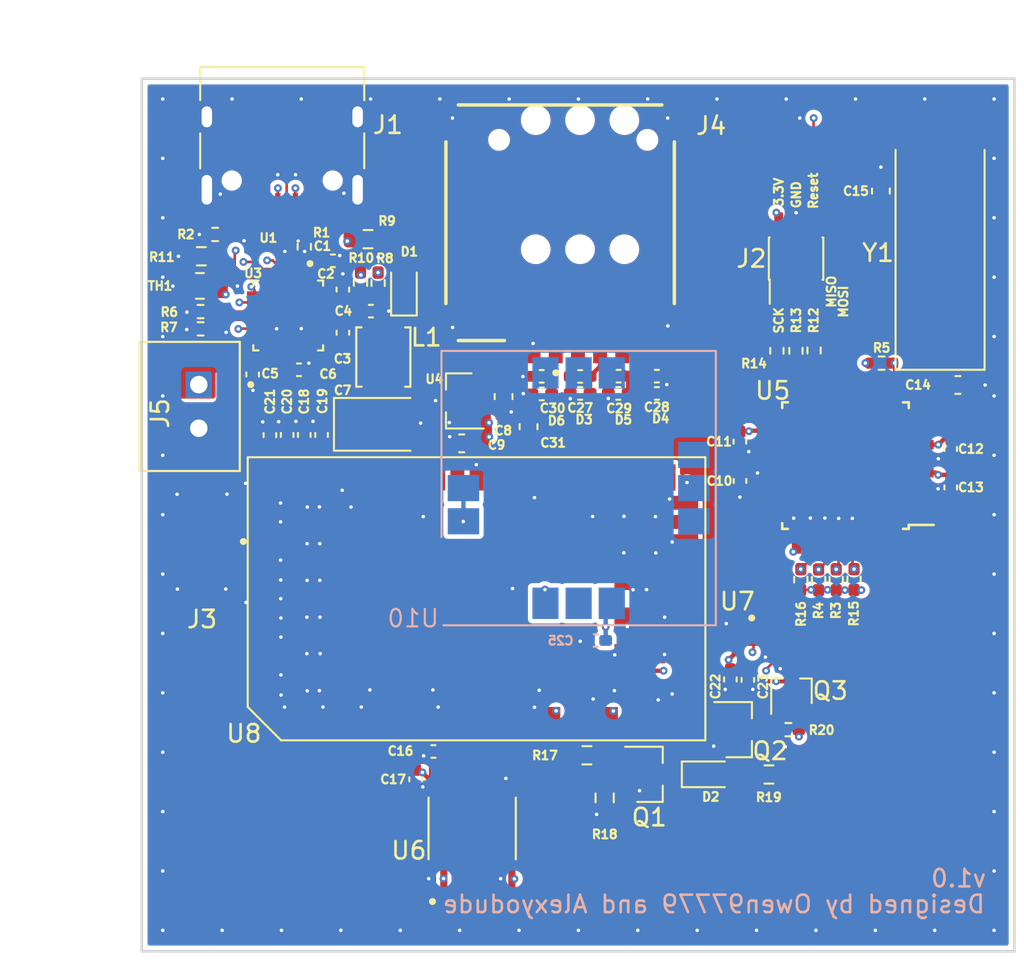
<source format=kicad_pcb>
(kicad_pcb (version 20171130) (host pcbnew "(5.1.10)-1")
  (layers (0 F.Cu power) (1 In1.Cu mixed) (2 In2.Cu mixed) (31 B.Cu power) (34 B.Paste user) (35 F.Paste user) (36 B.SilkS user) (37 F.SilkS user) (38 B.Mask user) (39 F.Mask user) (44 Edge.Cuts user))
  (net 0 "")
  (net 1 GND)
  (net 2 VBUS)
  (net 3 "Net-(C2-Pad1)")
  (net 4 "Net-(C3-Pad2)")
  (net 5 "Net-(C3-Pad1)")
  (net 6 "Net-(C4-Pad1)")
  (net 7 "Net-(C5-Pad1)")
  (net 8 SYS)
  (net 9 +3V3)
  (net 10 "Net-(C10-Pad1)")
  (net 11 "Net-(C14-Pad2)")
  (net 12 "Net-(C15-Pad1)")
  (net 13 +1V8)
  (net 14 VCC_GPS)
  (net 15 VSIM)
  (net 16 RST)
  (net 17 IO)
  (net 18 CLK)
  (net 19 "Net-(D1-Pad1)")
  (net 20 "Net-(D2-Pad2)")
  (net 21 "Net-(D2-Pad1)")
  (net 22 "Net-(J1-PadA5)")
  (net 23 D-)
  (net 24 D+)
  (net 25 "Net-(J1-PadB5)")
  (net 26 RESET)
  (net 27 MOSI)
  (net 28 SCK)
  (net 29 MISO)
  (net 30 "Net-(Q1-Pad1)")
  (net 31 SCL_Power)
  (net 32 SDA_Power)
  (net 33 INT_Power)
  (net 34 "Net-(R6-Pad1)")
  (net 35 "Net-(R7-Pad2)")
  (net 36 "Net-(R8-Pad2)")
  (net 37 "Net-(R9-Pad1)")
  (net 38 "Net-(R10-Pad2)")
  (net 39 "Net-(R12-Pad2)")
  (net 40 "Net-(R13-Pad2)")
  (net 41 "Net-(R14-Pad2)")
  (net 42 PWR_Cellular)
  (net 43 "Net-(R17-Pad1)")
  (net 44 GPIO2)
  (net 45 RTS)
  (net 46 TX)
  (net 47 RX)
  (net 48 RESET_Cellular)
  (net 49 CTS)
  (net 50 RTS_Cellular)
  (net 51 CTS_Cellular)
  (net 52 RX_Cellular)
  (net 53 TX_Cellular)
  (net 54 GPIO4)
  (net 55 GPIO3)
  (net 56 TX_GPS)
  (net 57 EXTINT)
  (net 58 "Net-(Q2-Pad3)")
  (net 59 "Net-(J1-PadB8)")
  (net 60 "Net-(J1-PadA8)")
  (net 61 "Net-(J3-Pad1)")
  (net 62 "Net-(J4-PadC6)")
  (net 63 "Net-(J4-PadCD)")
  (net 64 "Net-(U3-Pad12)")
  (net 65 "Net-(U5-Pad24)")
  (net 66 "Net-(U5-Pad23)")
  (net 67 "Net-(U5-Pad22)")
  (net 68 "Net-(U5-Pad19)")
  (net 69 "Net-(U5-Pad14)")
  (net 70 "Net-(U5-Pad13)")
  (net 71 "Net-(U5-Pad12)")
  (net 72 "Net-(U5-Pad11)")
  (net 73 "Net-(U5-Pad10)")
  (net 74 "Net-(U5-Pad2)")
  (net 75 "Net-(U8-Pad62)")
  (net 76 "Net-(U8-Pad49)")
  (net 77 "Net-(U8-Pad48)")
  (net 78 "Net-(U8-Pad47)")
  (net 79 "Net-(U8-Pad46)")
  (net 80 "Net-(U8-Pad45)")
  (net 81 "Net-(U8-Pad44)")
  (net 82 "Net-(U8-Pad42)")
  (net 83 "Net-(U8-Pad37)")
  (net 84 "Net-(U8-Pad36)")
  (net 85 "Net-(U8-Pad35)")
  (net 86 "Net-(U8-Pad34)")
  (net 87 "Net-(U8-Pad33)")
  (net 88 "Net-(U8-Pad31)")
  (net 89 "Net-(U8-Pad29)")
  (net 90 "Net-(U8-Pad28)")
  (net 91 "Net-(U8-Pad27)")
  (net 92 "Net-(U8-Pad26)")
  (net 93 "Net-(U8-Pad19)")
  (net 94 "Net-(U8-Pad17)")
  (net 95 "Net-(U8-Pad8)")
  (net 96 "Net-(U8-Pad7)")
  (net 97 "Net-(U8-Pad6)")
  (net 98 "Net-(U8-Pad2)")
  (net 99 "Net-(U10-Pad18)")
  (net 100 "Net-(U10-Pad14)")
  (net 101 "Net-(U10-Pad12)")
  (net 102 "Net-(U10-Pad9)")
  (net 103 "Net-(U10-Pad8)")
  (net 104 "Net-(U10-Pad7)")
  (module "GPS Hardware:JST_B2B-XH-A(LF)(SN)" (layer F.Cu) (at 102.74 78.78 90)
    (fp_text reference J5 (at -0.395 -1.69 90) (layer F.SilkS))
    (fp_text value "B2B-XH-A(LF)(SN)")
    (pad 2 thru_hole circle (at -1.25 0.525 90) (size 1.508 1.508) (drill 1) (layers *.Cu *.Mask) (net 1 GND))
    (pad 1 thru_hole rect (at 1.25 0.525 90) (size 1.508 1.508) (drill 1) (layers *.Cu *.Mask) (net 7 "Net-(C5-Pad1)"))
  )
  (module "GPS Hardware:GCT_SIM8065-6-1-14-01-A_REVA1" (layer F.Cu) (at 123.97 68.255 180)
    (fp_text reference J4 (at -8.655 5.555) (layer F.SilkS))
    (fp_text value SIM8065-6-1-14-01-A_REVA1)
    (pad C3 smd rect (at -4.83 -7.48 180) (size 0.8 1.14) (layers F.Cu F.Paste F.Mask) (net 18 CLK))
    (pad C7 smd rect (at -3.56 -7.48 180) (size 0.8 1.14) (layers F.Cu F.Paste F.Mask) (net 17 IO))
    (pad C2 smd rect (at -2.29 -7.48 180) (size 0.8 1.14) (layers F.Cu F.Paste F.Mask) (net 16 RST))
    (pad C6 smd rect (at -1.02 -7.48 180) (size 0.8 1.14) (layers F.Cu F.Paste F.Mask) (net 62 "Net-(J4-PadC6)"))
    (pad C1 smd rect (at 0.25 -7.48 180) (size 0.8 1.14) (layers F.Cu F.Paste F.Mask) (net 15 VSIM))
    (pad C5 smd rect (at 1.52 -7.48 180) (size 0.8 1.14) (layers F.Cu F.Paste F.Mask) (net 1 GND))
    (pad CD smd rect (at 2.47 -7.48 180) (size 0.8 1.14) (layers F.Cu F.Paste F.Mask) (net 63 "Net-(J4-PadCD)"))
    (pad G1 smd rect (at -6.5 -6 180) (size 0.7 2.1) (layers F.Cu F.Paste F.Mask) (net 1 GND))
    (pad G2 smd rect (at 6.5 -6 180) (size 0.7 2.1) (layers F.Cu F.Paste F.Mask) (net 1 GND))
    (pad G3 smd rect (at -6.5 6 180) (size 0.7 2.1) (layers F.Cu F.Paste F.Mask) (net 1 GND))
    (pad G4 smd rect (at 6.5 6 180) (size 0.7 2.1) (layers F.Cu F.Paste F.Mask) (net 1 GND))
    (pad None np_thru_hole circle (at -5 4.75 180) (size 0.75 0.75) (drill 0.75) (layers *.Cu *.Mask))
    (pad None np_thru_hole circle (at 3.5 4.75 180) (size 0.75 0.75) (drill 0.75) (layers *.Cu *.Mask))
    (pad None np_thru_hole circle (at 1.4 5.88 180) (size 1.2 1.2) (drill 1.2) (layers *.Cu *.Mask))
    (pad None np_thru_hole circle (at 1.4 -1.52 180) (size 1.2 1.2) (drill 1.2) (layers *.Cu *.Mask))
    (pad None np_thru_hole circle (at -1.14 -1.52 180) (size 1.2 1.2) (drill 1.2) (layers *.Cu *.Mask))
    (pad None np_thru_hole circle (at -3.68 -1.52 180) (size 1.2 1.2) (drill 1.2) (layers *.Cu *.Mask))
    (pad None np_thru_hole circle (at -1.14 5.88 180) (size 1.2 1.2) (drill 1.2) (layers *.Cu *.Mask))
    (pad None np_thru_hole circle (at -3.68 5.88 180) (size 1.2 1.2) (drill 1.2) (layers *.Cu *.Mask))
  )
  (module Connector_PinHeader_1.00mm:PinHeader_2x03_P1.00mm_Vertical_SMD (layer F.Cu) (at 137.49 70.31 90)
    (fp_text reference J2 (at 0 -2.56) (layer F.SilkS))
    (fp_text value Conn_01x06_Male)
    (pad 6 smd rect (at 1.65 1 90) (size 2 0.5) (layers F.Cu F.Paste F.Mask) (net 26 RESET))
    (pad 5 smd rect (at -1.65 1 90) (size 2 0.5) (layers F.Cu F.Paste F.Mask) (net 27 MOSI))
    (pad 4 smd rect (at 1.65 0 90) (size 2 0.5) (layers F.Cu F.Paste F.Mask) (net 1 GND))
    (pad 3 smd rect (at -1.65 0 90) (size 2 0.5) (layers F.Cu F.Paste F.Mask) (net 29 MISO))
    (pad 2 smd rect (at 1.65 -1 90) (size 2 0.5) (layers F.Cu F.Paste F.Mask) (net 9 +3V3))
    (pad 1 smd rect (at -1.65 -1 90) (size 2 0.5) (layers F.Cu F.Paste F.Mask) (net 28 SCK))
  )
  (module Package_QFP:TQFP-32_7x7mm_P0.8mm (layer F.Cu) (at 140.32 82.17 180)
    (fp_text reference U5 (at 4.17 4.295 180) (layer F.SilkS))
    (fp_text value ATmega328-AU)
    (pad 32 smd rect (at -2.8 -4.25 270) (size 1.6 0.55) (layers F.Cu F.Paste F.Mask) (net 45 RTS))
    (pad 31 smd rect (at -2 -4.25 270) (size 1.6 0.55) (layers F.Cu F.Paste F.Mask) (net 46 TX))
    (pad 30 smd rect (at -1.2 -4.25 270) (size 1.6 0.55) (layers F.Cu F.Paste F.Mask) (net 47 RX))
    (pad 29 smd rect (at -0.4 -4.25 270) (size 1.6 0.55) (layers F.Cu F.Paste F.Mask) (net 26 RESET))
    (pad 28 smd rect (at 0.4 -4.25 270) (size 1.6 0.55) (layers F.Cu F.Paste F.Mask) (net 31 SCL_Power))
    (pad 27 smd rect (at 1.2 -4.25 270) (size 1.6 0.55) (layers F.Cu F.Paste F.Mask) (net 32 SDA_Power))
    (pad 26 smd rect (at 2 -4.25 270) (size 1.6 0.55) (layers F.Cu F.Paste F.Mask) (net 42 PWR_Cellular))
    (pad 25 smd rect (at 2.8 -4.25 270) (size 1.6 0.55) (layers F.Cu F.Paste F.Mask) (net 48 RESET_Cellular))
    (pad 24 smd rect (at 4.25 -2.8 180) (size 1.6 0.55) (layers F.Cu F.Paste F.Mask) (net 65 "Net-(U5-Pad24)"))
    (pad 23 smd rect (at 4.25 -2 180) (size 1.6 0.55) (layers F.Cu F.Paste F.Mask) (net 66 "Net-(U5-Pad23)"))
    (pad 22 smd rect (at 4.25 -1.2 180) (size 1.6 0.55) (layers F.Cu F.Paste F.Mask) (net 67 "Net-(U5-Pad22)"))
    (pad 21 smd rect (at 4.25 -0.4 180) (size 1.6 0.55) (layers F.Cu F.Paste F.Mask) (net 1 GND))
    (pad 20 smd rect (at 4.25 0.4 180) (size 1.6 0.55) (layers F.Cu F.Paste F.Mask) (net 10 "Net-(C10-Pad1)"))
    (pad 19 smd rect (at 4.25 1.2 180) (size 1.6 0.55) (layers F.Cu F.Paste F.Mask) (net 68 "Net-(U5-Pad19)"))
    (pad 18 smd rect (at 4.25 2 180) (size 1.6 0.55) (layers F.Cu F.Paste F.Mask) (net 9 +3V3))
    (pad 17 smd rect (at 4.25 2.8 180) (size 1.6 0.55) (layers F.Cu F.Paste F.Mask) (net 41 "Net-(R14-Pad2)"))
    (pad 16 smd rect (at 2.8 4.25 270) (size 1.6 0.55) (layers F.Cu F.Paste F.Mask) (net 40 "Net-(R13-Pad2)"))
    (pad 15 smd rect (at 2 4.25 270) (size 1.6 0.55) (layers F.Cu F.Paste F.Mask) (net 39 "Net-(R12-Pad2)"))
    (pad 14 smd rect (at 1.2 4.25 270) (size 1.6 0.55) (layers F.Cu F.Paste F.Mask) (net 69 "Net-(U5-Pad14)"))
    (pad 13 smd rect (at 0.4 4.25 270) (size 1.6 0.55) (layers F.Cu F.Paste F.Mask) (net 70 "Net-(U5-Pad13)"))
    (pad 12 smd rect (at -0.4 4.25 270) (size 1.6 0.55) (layers F.Cu F.Paste F.Mask) (net 71 "Net-(U5-Pad12)"))
    (pad 11 smd rect (at -1.2 4.25 270) (size 1.6 0.55) (layers F.Cu F.Paste F.Mask) (net 72 "Net-(U5-Pad11)"))
    (pad 10 smd rect (at -2 4.25 270) (size 1.6 0.55) (layers F.Cu F.Paste F.Mask) (net 73 "Net-(U5-Pad10)"))
    (pad 9 smd rect (at -2.8 4.25 270) (size 1.6 0.55) (layers F.Cu F.Paste F.Mask) (net 33 INT_Power))
    (pad 8 smd rect (at -4.25 2.8 180) (size 1.6 0.55) (layers F.Cu F.Paste F.Mask) (net 12 "Net-(C15-Pad1)"))
    (pad 7 smd rect (at -4.25 2 180) (size 1.6 0.55) (layers F.Cu F.Paste F.Mask) (net 11 "Net-(C14-Pad2)"))
    (pad 6 smd rect (at -4.25 1.2 180) (size 1.6 0.55) (layers F.Cu F.Paste F.Mask) (net 9 +3V3))
    (pad 5 smd rect (at -4.25 0.4 180) (size 1.6 0.55) (layers F.Cu F.Paste F.Mask) (net 1 GND))
    (pad 4 smd rect (at -4.25 -0.4 180) (size 1.6 0.55) (layers F.Cu F.Paste F.Mask) (net 9 +3V3))
    (pad 3 smd rect (at -4.25 -1.2 180) (size 1.6 0.55) (layers F.Cu F.Paste F.Mask) (net 1 GND))
    (pad 2 smd rect (at -4.25 -2 180) (size 1.6 0.55) (layers F.Cu F.Paste F.Mask) (net 74 "Net-(U5-Pad2)"))
    (pad 1 smd rect (at -4.25 -2.8 180) (size 1.6 0.55) (layers F.Cu F.Paste F.Mask) (net 49 CTS))
  )
  (module "GPS Hardware:SOP65P640X120-16N" (layer F.Cu) (at 118.93 102.96 90)
    (fp_text reference U6 (at -1.265 -3.63 180) (layer F.SilkS))
    (fp_text value SN74AVC4T774PW)
    (pad 1 smd rect (at -2.87 -2.275 90) (size 1.57 0.41) (layers F.Cu F.Paste F.Mask) (net 1 GND))
    (pad 2 smd rect (at -2.87 -1.625 90) (size 1.57 0.41) (layers F.Cu F.Paste F.Mask) (net 9 +3V3))
    (pad 3 smd rect (at -2.87 -0.975 90) (size 1.57 0.41) (layers F.Cu F.Paste F.Mask) (net 49 CTS))
    (pad 4 smd rect (at -2.87 -0.325 90) (size 1.57 0.41) (layers F.Cu F.Paste F.Mask) (net 45 RTS))
    (pad 5 smd rect (at -2.87 0.325 90) (size 1.57 0.41) (layers F.Cu F.Paste F.Mask) (net 47 RX))
    (pad 6 smd rect (at -2.87 0.975 90) (size 1.57 0.41) (layers F.Cu F.Paste F.Mask) (net 46 TX))
    (pad 7 smd rect (at -2.87 1.625 90) (size 1.57 0.41) (layers F.Cu F.Paste F.Mask) (net 1 GND))
    (pad 8 smd rect (at -2.87 2.275 90) (size 1.57 0.41) (layers F.Cu F.Paste F.Mask) (net 9 +3V3))
    (pad 9 smd rect (at 2.87 2.275 90) (size 1.57 0.41) (layers F.Cu F.Paste F.Mask) (net 1 GND))
    (pad 10 smd rect (at 2.87 1.625 90) (size 1.57 0.41) (layers F.Cu F.Paste F.Mask) (net 1 GND))
    (pad 11 smd rect (at 2.87 0.975 90) (size 1.57 0.41) (layers F.Cu F.Paste F.Mask) (net 52 RX_Cellular))
    (pad 12 smd rect (at 2.87 0.325 90) (size 1.57 0.41) (layers F.Cu F.Paste F.Mask) (net 53 TX_Cellular))
    (pad 13 smd rect (at 2.87 -0.325 90) (size 1.57 0.41) (layers F.Cu F.Paste F.Mask) (net 51 CTS_Cellular))
    (pad 14 smd rect (at 2.87 -0.975 90) (size 1.57 0.41) (layers F.Cu F.Paste F.Mask) (net 50 RTS_Cellular))
    (pad 15 smd rect (at 2.87 -1.625 90) (size 1.57 0.41) (layers F.Cu F.Paste F.Mask) (net 13 +1V8))
    (pad 16 smd rect (at 2.87 -2.275 90) (size 1.57 0.41) (layers F.Cu F.Paste F.Mask) (net 9 +3V3))
  )
  (module Capacitor_SMD:C_0603_1608Metric_Pad1.08x0.95mm_HandSolder (layer F.Cu) (at 122.16 79.9425 90)
    (fp_text reference C31 (at -0.9225 1.41) (layer F.SilkS) (effects (font (size 0.5 0.5) (thickness 0.125))))
    (fp_text value 0u1)
    (pad 2 smd roundrect (at 0.8625 0 90) (size 1.075 0.95) (layers F.Cu F.Paste F.Mask) (net 1 GND))
    (pad 1 smd roundrect (at -0.8625 0 90) (size 1.075 0.95) (layers F.Cu F.Paste F.Mask) (net 15 VSIM))
  )
  (module Capacitor_SMD:C_0402_1005Metric_Pad0.74x0.62mm_HandSolder (layer F.Cu) (at 122.9125 77.055 180)
    (fp_text reference C30 (at -0.6275 -1.83 180) (layer F.SilkS) (effects (font (size 0.5 0.5) (thickness 0.125))))
    (fp_text value 47p)
    (pad 2 smd roundrect (at 0.5675 0 180) (size 0.735 0.62) (layers F.Cu F.Paste F.Mask) (net 1 GND))
    (pad 1 smd roundrect (at -0.5675 0 180) (size 0.735 0.62) (layers F.Cu F.Paste F.Mask) (net 15 VSIM))
  )
  (module RF_GPS:ublox_SAM-M8Q (layer B.Cu) (at 125.03 83.46)
    (fp_text reference U10 (at -9.48 7.465) (layer B.SilkS) (effects (font (thickness 0.125)) (justify mirror)))
    (fp_text value ublox_SAM-M8Q)
    (pad 20 smd rect (at -3.8 6.6) (size 1.5 1.8) (layers B.Cu B.Mask) (net 1 GND))
    (pad 19 smd rect (at -1.9 6.6) (size 1.5 1.8) (layers B.Cu B.Mask) (net 57 EXTINT))
    (pad 18 smd rect (at 0 6.6) (size 1.5 1.8) (layers B.Cu B.Mask) (net 99 "Net-(U10-Pad18)"))
    (pad 17 smd rect (at 1.9 6.6) (size 1.5 1.8) (layers B.Cu B.Mask) (net 14 VCC_GPS))
    (pad 16 smd rect (at 3.8 6.6) (size 1.5 1.8) (layers B.Cu B.Mask) (net 1 GND))
    (pad 15 smd rect (at 6.6 3.8) (size 1.8 1.5) (layers B.Cu B.Mask) (net 1 GND))
    (pad 14 smd rect (at 6.6 1.9) (size 1.8 1.5) (layers B.Cu B.Mask) (net 100 "Net-(U10-Pad14)"))
    (pad 13 smd rect (at 6.6 0) (size 1.8 1.5) (layers B.Cu B.Mask) (net 56 TX_GPS))
    (pad 12 smd rect (at 6.6 -1.9) (size 1.8 1.5) (layers B.Cu B.Mask) (net 101 "Net-(U10-Pad12)"))
    (pad 11 smd rect (at 6.6 -3.8) (size 1.8 1.5) (layers B.Cu B.Mask) (net 1 GND))
    (pad 10 smd rect (at 3.8 -6.6) (size 1.5 1.8) (layers B.Cu B.Mask) (net 1 GND))
    (pad 9 smd rect (at 1.9 -6.6) (size 1.5 1.8) (layers B.Cu B.Mask) (net 102 "Net-(U10-Pad9)"))
    (pad 8 smd rect (at 0 -6.6) (size 1.5 1.8) (layers B.Cu B.Mask) (net 103 "Net-(U10-Pad8)"))
    (pad 7 smd rect (at -1.9 -6.6) (size 1.5 1.8) (layers B.Cu B.Mask) (net 104 "Net-(U10-Pad7)"))
    (pad 6 smd rect (at -3.8 -6.6) (size 1.5 1.8) (layers B.Cu B.Mask) (net 1 GND))
    (pad 5 smd rect (at -6.6 -3.8) (size 1.8 1.5) (layers B.Cu B.Mask) (net 1 GND))
    (pad 4 smd rect (at -6.6 -1.9) (size 1.8 1.5) (layers B.Cu B.Mask) (net 1 GND))
    (pad 3 smd rect (at -6.6 0) (size 1.8 1.5) (layers B.Cu B.Mask) (net 14 VCC_GPS))
    (pad 2 smd rect (at -6.6 1.9) (size 1.8 1.5) (layers B.Cu B.Mask) (net 14 VCC_GPS))
    (pad 1 smd rect (at -6.6 3.8) (size 1.8 1.5) (layers B.Cu B.Mask) (net 1 GND))
  )
  (module Capacitor_SMD:C_0402_1005Metric_Pad0.74x0.62mm_HandSolder (layer B.Cu) (at 126.0125 92.19 180)
    (fp_text reference C25 (at 2.0125 -0.01) (layer B.SilkS) (effects (font (size 0.5 0.5) (thickness 0.125)) (justify mirror)))
    (fp_text value 4u7)
    (pad 2 smd roundrect (at 0.5675 0 180) (size 0.735 0.62) (layers B.Cu B.Paste B.Mask) (net 1 GND))
    (pad 1 smd roundrect (at -0.5675 0 180) (size 0.735 0.62) (layers B.Cu B.Paste B.Mask) (net 14 VCC_GPS))
  )
  (module Capacitor_SMD:C_0402_1005Metric_Pad0.74x0.62mm_HandSolder (layer F.Cu) (at 134.725 94.45 270)
    (fp_text reference C23 (at 0.375 -0.875 90) (layer F.SilkS) (effects (font (size 0.5 0.5) (thickness 0.125))))
    (fp_text value 0u1)
    (pad 2 smd roundrect (at 0.5675 0 270) (size 0.735 0.62) (layers F.Cu F.Paste F.Mask) (net 1 GND))
    (pad 1 smd roundrect (at -0.5675 0 270) (size 0.735 0.62) (layers F.Cu F.Paste F.Mask) (net 14 VCC_GPS))
  )
  (module Capacitor_SMD:C_0402_1005Metric_Pad0.74x0.62mm_HandSolder (layer F.Cu) (at 133.725 94.425 270)
    (fp_text reference C22 (at 0.4 0.85 90) (layer F.SilkS) (effects (font (size 0.5 0.5) (thickness 0.125))))
    (fp_text value 0u1)
    (pad 2 smd roundrect (at 0.5675 0 270) (size 0.735 0.62) (layers F.Cu F.Paste F.Mask) (net 1 GND))
    (pad 1 smd roundrect (at -0.5675 0 270) (size 0.735 0.62) (layers F.Cu F.Paste F.Mask) (net 13 +1V8))
  )
  (module Capacitor_SMD:C_0402_1005Metric_Pad0.74x0.62mm_HandSolder (layer F.Cu) (at 134.275 83.05 270)
    (fp_text reference C10 (at 0 1.175 180) (layer F.SilkS) (effects (font (size 0.5 0.5) (thickness 0.125))))
    (fp_text value 0u1)
    (pad 2 smd roundrect (at 0.5675 0 270) (size 0.735 0.62) (layers F.Cu F.Paste F.Mask) (net 1 GND))
    (pad 1 smd roundrect (at -0.5675 0 270) (size 0.735 0.62) (layers F.Cu F.Paste F.Mask) (net 10 "Net-(C10-Pad1)"))
  )
  (module Resistor_SMD:R_0402_1005Metric_Pad0.72x0.64mm_HandSolder (layer F.Cu) (at 137.0475 97.3 180)
    (fp_text reference R20 (at -1.9025 -0.025) (layer F.SilkS) (effects (font (size 0.5 0.5) (thickness 0.125))))
    (fp_text value 47k)
    (pad 2 smd roundrect (at 0.5975 0 180) (size 0.715 0.64) (layers F.Cu F.Paste F.Mask) (net 58 "Net-(Q2-Pad3)"))
    (pad 1 smd roundrect (at -0.5975 0 180) (size 0.715 0.64) (layers F.Cu F.Paste F.Mask) (net 9 +3V3))
  )
  (module Resistor_SMD:R_0603_1608Metric_Pad0.98x0.95mm_HandSolder (layer F.Cu) (at 103.4125 70.175 180)
    (fp_text reference R11 (at 2.2625 -0.05 180) (layer F.SilkS) (effects (font (size 0.5 0.5) (thickness 0.125))))
    (fp_text value 32k)
    (pad 2 smd roundrect (at 0.9125 0 180) (size 0.975 0.95) (layers F.Cu F.Paste F.Mask) (net 1 GND))
    (pad 1 smd roundrect (at -0.9125 0 180) (size 0.975 0.95) (layers F.Cu F.Paste F.Mask) (net 38 "Net-(R10-Pad2)"))
  )
  (module Package_TO_SOT_SMD:SOT-323_SC-70 (layer F.Cu) (at 137.225 95.1 90)
    (fp_text reference Q3 (at 0.025 2.225 180) (layer F.SilkS))
    (fp_text value BSS84)
    (pad 3 smd rect (at 1 0) (size 0.45 0.7) (layers F.Cu F.Paste F.Mask) (net 14 VCC_GPS))
    (pad 2 smd rect (at -1 0.65) (size 0.45 0.7) (layers F.Cu F.Paste F.Mask) (net 9 +3V3))
    (pad 1 smd rect (at -1 -0.65) (size 0.45 0.7) (layers F.Cu F.Paste F.Mask) (net 58 "Net-(Q2-Pad3)"))
  )
  (module Package_TO_SOT_SMD:SOT-23 (layer F.Cu) (at 134.2 97.3)
    (fp_text reference Q2 (at 1.8 1.225) (layer F.SilkS))
    (fp_text value BC847)
    (pad 3 smd rect (at 1 0) (size 0.9 0.8) (layers F.Cu F.Paste F.Mask) (net 58 "Net-(Q2-Pad3)"))
    (pad 2 smd rect (at -1 0.95) (size 0.9 0.8) (layers F.Cu F.Paste F.Mask) (net 1 GND))
    (pad 1 smd rect (at -1 -0.95) (size 0.9 0.8) (layers F.Cu F.Paste F.Mask) (net 44 GPIO2))
  )
  (module Capacitor_SMD:C_0402_1005Metric_Pad0.74x0.62mm_HandSolder (layer F.Cu) (at 110.3 80.4125 90)
    (fp_text reference C19 (at 1.9375 0.05 270) (layer F.SilkS) (effects (font (size 0.5 0.5) (thickness 0.125))))
    (fp_text value 0u1)
    (pad 2 smd roundrect (at 0.5675 0 90) (size 0.735 0.62) (layers F.Cu F.Paste F.Mask) (net 1 GND))
    (pad 1 smd roundrect (at -0.5675 0 90) (size 0.735 0.62) (layers F.Cu F.Paste F.Mask) (net 8 SYS))
  )
  (module Capacitor_SMD:C_0402_1005Metric_Pad0.74x0.62mm_HandSolder (layer F.Cu) (at 106.35 76.95 270)
    (fp_text reference C5 (at -0.05 -1 180) (layer F.SilkS) (effects (font (size 0.5 0.5) (thickness 0.125))))
    (fp_text value 10u)
    (pad 2 smd roundrect (at 0.5675 0 270) (size 0.735 0.62) (layers F.Cu F.Paste F.Mask) (net 1 GND))
    (pad 1 smd roundrect (at -0.5675 0 270) (size 0.735 0.62) (layers F.Cu F.Paste F.Mask) (net 7 "Net-(C5-Pad1)"))
  )
  (module Capacitor_SMD:C_0402_1005Metric_Pad0.74x0.62mm_HandSolder (layer F.Cu) (at 109.0025 76.68)
    (fp_text reference C6 (at 1.6725 0.245) (layer F.SilkS) (effects (font (size 0.5 0.5) (thickness 0.125))))
    (fp_text value 22u)
    (pad 2 smd roundrect (at 0.5675 0) (size 0.735 0.62) (layers F.Cu F.Paste F.Mask) (net 1 GND))
    (pad 1 smd roundrect (at -0.5675 0) (size 0.735 0.62) (layers F.Cu F.Paste F.Mask) (net 8 SYS))
  )
  (module Resistor_SMD:R_0402_1005Metric_Pad0.72x0.64mm_HandSolder (layer F.Cu) (at 136.39 75.5925 270)
    (fp_text reference R14 (at 0.7325 1.315) (layer F.SilkS) (effects (font (size 0.5 0.5) (thickness 0.125))))
    (fp_text value 330)
    (pad 2 smd roundrect (at 0.5975 0 270) (size 0.715 0.64) (layers F.Cu F.Paste F.Mask) (net 41 "Net-(R14-Pad2)"))
    (pad 1 smd roundrect (at -0.5975 0 270) (size 0.715 0.64) (layers F.Cu F.Paste F.Mask) (net 28 SCK))
  )
  (module Resistor_SMD:R_0402_1005Metric_Pad0.72x0.64mm_HandSolder (layer F.Cu) (at 137.48 75.5925 270)
    (fp_text reference R13 (at -1.7425 -0.02 270) (layer F.SilkS) (effects (font (size 0.5 0.5) (thickness 0.125))))
    (fp_text value 330)
    (pad 2 smd roundrect (at 0.5975 0 270) (size 0.715 0.64) (layers F.Cu F.Paste F.Mask) (net 40 "Net-(R13-Pad2)"))
    (pad 1 smd roundrect (at -0.5975 0 270) (size 0.715 0.64) (layers F.Cu F.Paste F.Mask) (net 29 MISO))
  )
  (module Resistor_SMD:R_0402_1005Metric_Pad0.72x0.64mm_HandSolder (layer F.Cu) (at 138.52 75.5725 270)
    (fp_text reference R12 (at -1.7225 0.02 270) (layer F.SilkS) (effects (font (size 0.5 0.5) (thickness 0.125))))
    (fp_text value 330)
    (pad 2 smd roundrect (at 0.5975 0 270) (size 0.715 0.64) (layers F.Cu F.Paste F.Mask) (net 39 "Net-(R12-Pad2)"))
    (pad 1 smd roundrect (at -0.5975 0 270) (size 0.715 0.64) (layers F.Cu F.Paste F.Mask) (net 27 MOSI))
  )
  (module Resistor_SMD:R_0402_1005Metric_Pad0.72x0.64mm_HandSolder (layer F.Cu) (at 137.76 88.7025 90)
    (fp_text reference R16 (at -1.9725 0.015 90) (layer F.SilkS) (effects (font (size 0.5 0.5) (thickness 0.125))))
    (fp_text value 100k)
    (pad 2 smd roundrect (at 0.5975 0 90) (size 0.715 0.64) (layers F.Cu F.Paste F.Mask) (net 42 PWR_Cellular))
    (pad 1 smd roundrect (at -0.5975 0 90) (size 0.715 0.64) (layers F.Cu F.Paste F.Mask) (net 9 +3V3))
  )
  (module Resistor_SMD:R_0402_1005Metric_Pad0.72x0.64mm_HandSolder (layer F.Cu) (at 140.81 88.6975 90)
    (fp_text reference R15 (at -1.9525 -0.01 270) (layer F.SilkS) (effects (font (size 0.5 0.5) (thickness 0.125))))
    (fp_text value 10k)
    (pad 2 smd roundrect (at 0.5975 0 90) (size 0.715 0.64) (layers F.Cu F.Paste F.Mask) (net 26 RESET))
    (pad 1 smd roundrect (at -0.5975 0 90) (size 0.715 0.64) (layers F.Cu F.Paste F.Mask) (net 9 +3V3))
  )
  (module Resistor_SMD:R_0402_1005Metric_Pad0.72x0.64mm_HandSolder (layer F.Cu) (at 142.39 76.3 180)
    (fp_text reference R5 (at 0 0.875 180) (layer F.SilkS) (effects (font (size 0.5 0.5) (thickness 0.125))))
    (fp_text value 4k7)
    (pad 2 smd roundrect (at 0.5975 0 180) (size 0.715 0.64) (layers F.Cu F.Paste F.Mask) (net 9 +3V3))
    (pad 1 smd roundrect (at -0.5975 0 180) (size 0.715 0.64) (layers F.Cu F.Paste F.Mask) (net 33 INT_Power))
  )
  (module Resistor_SMD:R_0402_1005Metric_Pad0.72x0.64mm_HandSolder (layer F.Cu) (at 138.78 88.7175 90)
    (fp_text reference R4 (at -1.7575 -0.005 270) (layer F.SilkS) (effects (font (size 0.5 0.5) (thickness 0.125))))
    (fp_text value 4k7)
    (pad 2 smd roundrect (at 0.5975 0 90) (size 0.715 0.64) (layers F.Cu F.Paste F.Mask) (net 32 SDA_Power))
    (pad 1 smd roundrect (at -0.5975 0 90) (size 0.715 0.64) (layers F.Cu F.Paste F.Mask) (net 9 +3V3))
  )
  (module Resistor_SMD:R_0402_1005Metric_Pad0.72x0.64mm_HandSolder (layer F.Cu) (at 139.79 88.71 270)
    (fp_text reference R3 (at 1.765 0.015 270) (layer F.SilkS) (effects (font (size 0.5 0.5) (thickness 0.125))))
    (fp_text value 4k7)
    (pad 2 smd roundrect (at 0.5975 0 270) (size 0.715 0.64) (layers F.Cu F.Paste F.Mask) (net 9 +3V3))
    (pad 1 smd roundrect (at -0.5975 0 270) (size 0.715 0.64) (layers F.Cu F.Paste F.Mask) (net 31 SCL_Power))
  )
  (module Capacitor_SMD:C_0402_1005Metric_Pad0.74x0.62mm_HandSolder (layer F.Cu) (at 115.69 100.1475 270)
    (fp_text reference C17 (at 0 1.29 180) (layer F.SilkS) (effects (font (size 0.5 0.5) (thickness 0.125))))
    (fp_text value 0u1)
    (pad 1 smd roundrect (at -0.5675 0 270) (size 0.735 0.62) (layers F.Cu F.Paste F.Mask) (net 9 +3V3))
    (pad 2 smd roundrect (at 0.5675 0 270) (size 0.735 0.62) (layers F.Cu F.Paste F.Mask) (net 1 GND))
  )
  (module Capacitor_SMD:C_0402_1005Metric_Pad0.74x0.62mm_HandSolder (layer F.Cu) (at 116.71 98.55 180)
    (fp_text reference C16 (at 1.885 0.025 180) (layer F.SilkS) (effects (font (size 0.5 0.5) (thickness 0.125))))
    (fp_text value 0u1)
    (pad 1 smd roundrect (at -0.5675 0 180) (size 0.735 0.62) (layers F.Cu F.Paste F.Mask) (net 13 +1V8))
    (pad 2 smd roundrect (at 0.5675 0 180) (size 0.735 0.62) (layers F.Cu F.Paste F.Mask) (net 1 GND))
  )
  (module RF_GSM:ublox_SARA-G3_LGA-96 (layer F.Cu) (at 119.18 89.8 90)
    (fp_text reference U8 (at -7.725 -13.33 180) (layer F.SilkS))
    (fp_text value SARA-U201)
    (pad 96 smd rect (at 5.25 10.25) (size 1.1 1.1) (layers F.Cu F.Mask) (net 1 GND))
    (pad 95 smd rect (at 3.15 10.25 270) (size 1.1 1.1) (layers F.Cu F.Mask) (net 1 GND))
    (pad 94 smd rect (at 1.05 10.25 270) (size 1.1 1.1) (layers F.Cu F.Mask) (net 1 GND))
    (pad 93 smd rect (at -1.05 10.25) (size 1.1 1.1) (layers F.Cu F.Mask) (net 1 GND))
    (pad 92 smd rect (at -3.15 10.25 270) (size 1.1 1.1) (layers F.Cu F.Mask) (net 1 GND))
    (pad 91 smd rect (at -5.25 10.25 270) (size 1.1 1.1) (layers F.Cu F.Mask) (net 1 GND))
    (pad 90 smd rect (at 5.25 8.45 270) (size 1.1 1.1) (layers F.Cu F.Mask) (net 1 GND))
    (pad 89 smd rect (at 3.15 8.45 270) (size 1.1 1.1) (layers F.Cu F.Mask) (net 1 GND))
    (pad 88 smd rect (at 1.05 8.45 270) (size 1.1 1.1) (layers F.Cu F.Mask) (net 1 GND))
    (pad 87 smd rect (at -1.05 8.45 270) (size 1.1 1.1) (layers F.Cu F.Mask) (net 1 GND))
    (pad 86 smd rect (at -3.15 8.45 270) (size 1.1 1.1) (layers F.Cu F.Mask) (net 1 GND))
    (pad 85 smd rect (at -5.25 8.45 270) (size 1.1 1.1) (layers F.Cu F.Mask) (net 1 GND))
    (pad 84 smd rect (at 5.25 6.65 270) (size 1.1 1.1) (layers F.Cu F.Mask) (net 1 GND))
    (pad 83 smd rect (at -5.25 6.65 270) (size 1.1 1.1) (layers F.Cu F.Mask) (net 1 GND))
    (pad 82 smd rect (at 5.25 3.05 270) (size 1.1 1.1) (layers F.Cu F.Mask) (net 1 GND))
    (pad 81 smd rect (at -5.25 3.05 270) (size 1.1 1.1) (layers F.Cu F.Mask) (net 1 GND))
    (pad 80 smd rect (at 5.25 -3.05 270) (size 1.1 1.1) (layers F.Cu F.Mask) (net 1 GND))
    (pad 79 smd rect (at -5.25 -3.05 270) (size 1.1 1.1) (layers F.Cu F.Mask) (net 1 GND))
    (pad 78 smd rect (at 5.25 -6.65 270) (size 1.1 1.1) (layers F.Cu F.Mask) (net 1 GND))
    (pad 77 smd rect (at -5.25 -6.65 270) (size 1.1 1.1) (layers F.Cu F.Mask) (net 1 GND))
    (pad 76 smd rect (at 5.25 -8.45 270) (size 1.1 1.1) (layers F.Cu F.Mask) (net 1 GND))
    (pad 75 smd rect (at 3.15 -8.45 270) (size 1.1 1.1) (layers F.Cu F.Mask) (net 1 GND))
    (pad 74 smd rect (at 1.05 -8.45 270) (size 1.1 1.1) (layers F.Cu F.Mask) (net 1 GND))
    (pad 73 smd rect (at -1.05 -8.45 270) (size 1.1 1.1) (layers F.Cu F.Mask) (net 1 GND))
    (pad 72 smd rect (at -3.15 -8.45 270) (size 1.1 1.1) (layers F.Cu F.Mask) (net 1 GND))
    (pad 71 smd rect (at -5.25 -8.45 270) (size 1.1 1.1) (layers F.Cu F.Mask) (net 1 GND))
    (pad 70 smd rect (at 5.25 -10.25 270) (size 1.1 1.1) (layers F.Cu F.Mask) (net 1 GND))
    (pad 69 smd rect (at 3.15 -10.25 270) (size 1.1 1.1) (layers F.Cu F.Mask) (net 1 GND))
    (pad 68 smd rect (at 1.05 -10.25 270) (size 1.1 1.1) (layers F.Cu F.Mask) (net 1 GND))
    (pad 67 smd rect (at -1.05 -10.25 270) (size 1.1 1.1) (layers F.Cu F.Mask) (net 1 GND))
    (pad 66 smd rect (at -3.15 -10.25 270) (size 1.1 1.1) (layers F.Cu F.Mask) (net 1 GND))
    (pad 64 smd rect (at -5.5 -11.95 270) (size 0.8 1.5) (layers F.Cu F.Mask) (net 1 GND))
    (pad 65 smd rect (at -5.25 -10.25 270) (size 1.1 1.1) (layers F.Cu F.Mask) (net 1 GND))
    (pad 63 smd rect (at -4.4 -11.95 270) (size 0.8 1.5) (layers F.Cu F.Mask) (net 1 GND))
    (pad 62 smd rect (at -3.3 -11.95 270) (size 0.8 1.5) (layers F.Cu F.Mask) (net 75 "Net-(U8-Pad62)"))
    (pad 61 smd rect (at -2.2 -11.95 270) (size 0.8 1.5) (layers F.Cu F.Mask) (net 1 GND))
    (pad 60 smd rect (at -1.1 -11.95 270) (size 0.8 1.5) (layers F.Cu F.Mask) (net 1 GND))
    (pad 59 smd rect (at 0 -11.95 270) (size 0.8 1.5) (layers F.Cu F.Mask) (net 1 GND))
    (pad 58 smd rect (at 1.1 -11.95 270) (size 0.8 1.5) (layers F.Cu F.Mask) (net 1 GND))
    (pad 57 smd rect (at 2.2 -11.95 270) (size 0.8 1.5) (layers F.Cu F.Mask) (net 1 GND))
    (pad 56 smd rect (at 3.3 -11.95 270) (size 0.8 1.5) (layers F.Cu F.Mask) (net 61 "Net-(J3-Pad1)"))
    (pad 55 smd rect (at 4.4 -11.95 270) (size 0.8 1.5) (layers F.Cu F.Mask) (net 1 GND))
    (pad 54 smd rect (at 5.5 -11.95 270) (size 0.8 1.5) (layers F.Cu F.Mask) (net 1 GND))
    (pad 53 smd rect (at 6.95 -11 180) (size 0.8 1.5) (layers F.Cu F.Mask) (net 8 SYS))
    (pad 52 smd rect (at 6.95 -9.9 180) (size 0.8 1.5) (layers F.Cu F.Mask) (net 8 SYS))
    (pad 51 smd rect (at 6.95 -8.8 180) (size 0.8 1.5) (layers F.Cu F.Mask) (net 8 SYS))
    (pad 50 smd rect (at 6.95 -7.7 180) (size 0.8 1.5) (layers F.Cu F.Mask) (net 1 GND))
    (pad 49 smd rect (at 6.95 -6.6 180) (size 0.8 1.5) (layers F.Cu F.Mask) (net 76 "Net-(U8-Pad49)"))
    (pad 48 smd rect (at 6.95 -5.5 180) (size 0.8 1.5) (layers F.Cu F.Mask) (net 77 "Net-(U8-Pad48)"))
    (pad 47 smd rect (at 6.95 -4.4 180) (size 0.8 1.5) (layers F.Cu F.Mask) (net 78 "Net-(U8-Pad47)"))
    (pad 46 smd rect (at 6.95 -3.3 180) (size 0.8 1.5) (layers F.Cu F.Mask) (net 79 "Net-(U8-Pad46)"))
    (pad 45 smd rect (at 6.95 -2.2 180) (size 0.8 1.5) (layers F.Cu F.Mask) (net 80 "Net-(U8-Pad45)"))
    (pad 44 smd rect (at 6.95 -1.1 180) (size 0.8 1.5) (layers F.Cu F.Mask) (net 81 "Net-(U8-Pad44)"))
    (pad 43 smd rect (at 6.95 0 180) (size 0.8 1.5) (layers F.Cu F.Mask) (net 1 GND))
    (pad 42 smd rect (at 6.95 1.1 180) (size 0.8 1.5) (layers F.Cu F.Mask) (net 82 "Net-(U8-Pad42)"))
    (pad 41 smd rect (at 6.95 2.2 180) (size 0.8 1.5) (layers F.Cu F.Mask) (net 15 VSIM))
    (pad 40 smd rect (at 6.95 3.3 180) (size 0.8 1.5) (layers F.Cu F.Mask) (net 16 RST))
    (pad 39 smd rect (at 6.95 4.4 180) (size 0.8 1.5) (layers F.Cu F.Mask) (net 17 IO))
    (pad 38 smd rect (at 6.95 5.5 180) (size 0.8 1.5) (layers F.Cu F.Mask) (net 18 CLK))
    (pad 37 smd rect (at 6.95 6.6 180) (size 0.8 1.5) (layers F.Cu F.Mask) (net 83 "Net-(U8-Pad37)"))
    (pad 36 smd rect (at 6.95 7.7 180) (size 0.8 1.5) (layers F.Cu F.Mask) (net 84 "Net-(U8-Pad36)"))
    (pad 35 smd rect (at 6.95 8.8 180) (size 0.8 1.5) (layers F.Cu F.Mask) (net 85 "Net-(U8-Pad35)"))
    (pad 34 smd rect (at 6.95 9.9 180) (size 0.8 1.5) (layers F.Cu F.Mask) (net 86 "Net-(U8-Pad34)"))
    (pad 33 smd rect (at 6.95 11 180) (size 0.8 1.5) (layers F.Cu F.Mask) (net 87 "Net-(U8-Pad33)"))
    (pad 32 smd rect (at 5.5 11.95 90) (size 0.8 1.5) (layers F.Cu F.Mask) (net 1 GND))
    (pad 31 smd rect (at 4.4 11.95 90) (size 0.8 1.5) (layers F.Cu F.Mask) (net 88 "Net-(U8-Pad31)"))
    (pad 30 smd rect (at 3.3 11.95 90) (size 0.8 1.5) (layers F.Cu F.Mask) (net 1 GND))
    (pad 29 smd rect (at 2.2 11.95 90) (size 0.8 1.5) (layers F.Cu F.Mask) (net 89 "Net-(U8-Pad29)"))
    (pad 28 smd rect (at 1.1 11.95 90) (size 0.8 1.5) (layers F.Cu F.Mask) (net 90 "Net-(U8-Pad28)"))
    (pad 27 smd rect (at 0 11.95 90) (size 0.8 1.5) (layers F.Cu F.Mask) (net 91 "Net-(U8-Pad27)"))
    (pad 26 smd rect (at -1.1 11.95 90) (size 0.8 1.5) (layers F.Cu F.Mask) (net 92 "Net-(U8-Pad26)"))
    (pad 25 smd rect (at -2.2 11.95 90) (size 0.8 1.5) (layers F.Cu F.Mask) (net 54 GPIO4))
    (pad 24 smd rect (at -3.3 11.95 90) (size 0.8 1.5) (layers F.Cu F.Mask) (net 55 GPIO3))
    (pad 23 smd rect (at -4.4 11.95 90) (size 0.8 1.5) (layers F.Cu F.Mask) (net 44 GPIO2))
    (pad 22 smd rect (at -5.5 11.95 90) (size 0.8 1.5) (layers F.Cu F.Mask) (net 1 GND))
    (pad 21 smd rect (at -6.95 11) (size 0.8 1.5) (layers F.Cu F.Mask) (net 1 GND))
    (pad 20 smd rect (at -6.95 9.9) (size 0.8 1.5) (layers F.Cu F.Mask) (net 1 GND))
    (pad 19 smd rect (at -6.95 8.8) (size 0.8 1.5) (layers F.Cu F.Mask) (net 93 "Net-(U8-Pad19)"))
    (pad 18 smd rect (at -6.95 7.7) (size 0.8 1.5) (layers F.Cu F.Mask) (net 48 RESET_Cellular))
    (pad 17 smd rect (at -6.95 6.6) (size 0.8 1.5) (layers F.Cu F.Mask) (net 94 "Net-(U8-Pad17)"))
    (pad 16 smd rect (at -6.95 5.5) (size 0.8 1.5) (layers F.Cu F.Mask) (net 43 "Net-(R17-Pad1)"))
    (pad 15 smd rect (at -6.95 4.4) (size 0.8 1.5) (layers F.Cu F.Mask) (net 42 PWR_Cellular))
    (pad 14 smd rect (at -6.95 3.3) (size 0.8 1.5) (layers F.Cu F.Mask) (net 1 GND))
    (pad 13 smd rect (at -6.95 2.2) (size 0.8 1.5) (layers F.Cu F.Mask) (net 52 RX_Cellular))
    (pad 12 smd rect (at -6.95 1.1) (size 0.8 1.5) (layers F.Cu F.Mask) (net 53 TX_Cellular))
    (pad 11 smd rect (at -6.95 0) (size 0.8 1.5) (layers F.Cu F.Mask) (net 51 CTS_Cellular))
    (pad 10 smd rect (at -6.95 -1.1) (size 0.8 1.5) (layers F.Cu F.Mask) (net 50 RTS_Cellular))
    (pad 9 smd rect (at -6.95 -2.2) (size 0.8 1.5) (layers F.Cu F.Mask) (net 1 GND))
    (pad 8 smd rect (at -6.95 -3.3) (size 0.8 1.5) (layers F.Cu F.Mask) (net 95 "Net-(U8-Pad8)"))
    (pad 7 smd rect (at -6.95 -4.4) (size 0.8 1.5) (layers F.Cu F.Mask) (net 96 "Net-(U8-Pad7)"))
    (pad 6 smd rect (at -6.95 -5.5) (size 0.8 1.5) (layers F.Cu F.Mask) (net 97 "Net-(U8-Pad6)"))
    (pad 5 smd rect (at -6.95 -6.6) (size 0.8 1.5) (layers F.Cu F.Mask) (net 1 GND))
    (pad 4 smd rect (at -6.95 -7.7) (size 0.8 1.5) (layers F.Cu F.Mask) (net 13 +1V8))
    (pad 3 smd rect (at -6.95 -8.8) (size 0.8 1.5) (layers F.Cu F.Mask) (net 1 GND))
    (pad 2 smd rect (at -6.95 -9.9) (size 0.8 1.5) (layers F.Cu F.Mask) (net 98 "Net-(U8-Pad2)"))
    (pad 1 smd rect (at -6.95 -11) (size 0.8 1.5) (layers F.Cu F.Mask) (net 1 GND))
  )
  (module Connector_USB:USB_C_Receptacle_HRO_TYPE-C-31-M-12 (layer F.Cu) (at 108.046 63.235 180)
    (fp_text reference J1 (at -6.054 0.585) (layer F.SilkS))
    (fp_text value USB_C_Receptacle_USB2.0)
    (pad B1 smd rect (at 3.25 -4.045 180) (size 0.6 1.45) (layers F.Cu F.Paste F.Mask) (net 1 GND))
    (pad A9 smd rect (at 2.45 -4.045 180) (size 0.6 1.45) (layers F.Cu F.Paste F.Mask) (net 2 VBUS))
    (pad B9 smd rect (at -2.45 -4.045 180) (size 0.6 1.45) (layers F.Cu F.Paste F.Mask) (net 2 VBUS))
    (pad B12 smd rect (at -3.25 -4.045 180) (size 0.6 1.45) (layers F.Cu F.Paste F.Mask) (net 1 GND))
    (pad A1 smd rect (at -3.25 -4.045 180) (size 0.6 1.45) (layers F.Cu F.Paste F.Mask) (net 1 GND))
    (pad A4 smd rect (at -2.45 -4.045 180) (size 0.6 1.45) (layers F.Cu F.Paste F.Mask) (net 2 VBUS))
    (pad B4 smd rect (at 2.45 -4.045 180) (size 0.6 1.45) (layers F.Cu F.Paste F.Mask) (net 2 VBUS))
    (pad A12 smd rect (at 3.25 -4.045 180) (size 0.6 1.45) (layers F.Cu F.Paste F.Mask) (net 1 GND))
    (pad B8 smd rect (at -1.75 -4.045 180) (size 0.3 1.45) (layers F.Cu F.Paste F.Mask) (net 59 "Net-(J1-PadB8)"))
    (pad A5 smd rect (at -1.25 -4.045 180) (size 0.3 1.45) (layers F.Cu F.Paste F.Mask) (net 22 "Net-(J1-PadA5)"))
    (pad B7 smd rect (at -0.75 -4.045 180) (size 0.3 1.45) (layers F.Cu F.Paste F.Mask) (net 23 D-))
    (pad A7 smd rect (at 0.25 -4.045 180) (size 0.3 1.45) (layers F.Cu F.Paste F.Mask) (net 23 D-))
    (pad B6 smd rect (at 0.75 -4.045 180) (size 0.3 1.45) (layers F.Cu F.Paste F.Mask) (net 24 D+))
    (pad A8 smd rect (at 1.25 -4.045 180) (size 0.3 1.45) (layers F.Cu F.Paste F.Mask) (net 60 "Net-(J1-PadA8)"))
    (pad B5 smd rect (at 1.75 -4.045 180) (size 0.3 1.45) (layers F.Cu F.Paste F.Mask) (net 25 "Net-(J1-PadB5)"))
    (pad A6 smd rect (at -0.25 -4.045 180) (size 0.3 1.45) (layers F.Cu F.Paste F.Mask) (net 24 D+))
    (pad S1 thru_hole oval (at 4.32 -3.13 180) (size 1 2.1) (drill oval 0.6 1.7) (layers *.Cu *.Mask) (net 1 GND))
    (pad S1 thru_hole oval (at -4.32 -3.13 180) (size 1 2.1) (drill oval 0.6 1.7) (layers *.Cu *.Mask) (net 1 GND))
    (pad "" np_thru_hole circle (at -2.89 -2.6 180) (size 0.65 0.65) (drill 0.65) (layers *.Cu *.Mask))
    (pad S1 thru_hole oval (at -4.32 1.05 180) (size 1 1.6) (drill oval 0.6 1.2) (layers *.Cu *.Mask) (net 1 GND))
    (pad "" np_thru_hole circle (at 2.89 -2.6 180) (size 0.65 0.65) (drill 0.65) (layers *.Cu *.Mask))
    (pad S1 thru_hole oval (at 4.32 1.05 180) (size 1 1.6) (drill oval 0.6 1.2) (layers *.Cu *.Mask) (net 1 GND))
  )
  (module LED_SMD:LED_0603_1608Metric_Pad1.05x0.95mm_HandSolder (layer F.Cu) (at 115.02 71.91 90)
    (fp_text reference D1 (at 1.995 0.31 180) (layer F.SilkS) (effects (font (size 0.5 0.5) (thickness 0.125))))
    (fp_text value LED)
    (pad 2 smd roundrect (at 0.875 0 90) (size 1.05 0.95) (layers F.Cu F.Paste F.Mask) (net 8 SYS))
    (pad 1 smd roundrect (at -0.875 0 90) (size 1.05 0.95) (layers F.Cu F.Paste F.Mask) (net 19 "Net-(D1-Pad1)"))
  )
  (module "GPS Hardware:IC_ESD122DMXR" (layer F.Cu) (at 108.26 69.3 180)
    (fp_text reference U1 (at 1.01 0.175 180) (layer F.SilkS) (effects (font (size 0.5 0.5) (thickness 0.125))))
    (fp_text value ESD122DMX)
    (pad 3 smd rect (at 0.15 -0.34 180) (size 0.2 0.2) (layers F.Cu) (net 1 GND))
    (pad 2 smd rect (at 0.15 0.34 180) (size 0.2 0.2) (layers F.Cu) (net 23 D-))
    (pad 1 smd rect (at -0.15 0 180) (size 0.2 0.2) (layers F.Cu) (net 24 D+))
  )
  (module Resistor_SMD:R_0402_1005Metric_Pad0.72x0.64mm_HandSolder (layer F.Cu) (at 112.53 71.7025 90)
    (fp_text reference R10 (at 1.4275 0.045) (layer F.SilkS) (effects (font (size 0.5 0.5) (thickness 0.125))))
    (fp_text value 5k23)
    (pad 2 smd roundrect (at 0.5975 0 90) (size 0.715 0.64) (layers F.Cu F.Paste F.Mask) (net 38 "Net-(R10-Pad2)"))
    (pad 1 smd roundrect (at -0.5975 0 90) (size 0.715 0.64) (layers F.Cu F.Paste F.Mask) (net 6 "Net-(C4-Pad1)"))
  )
  (module Resistor_SMD:R_0402_1005Metric_Pad0.72x0.64mm_HandSolder (layer F.Cu) (at 104.2025 68.925)
    (fp_text reference R2 (at -1.6775 0 180) (layer F.SilkS) (effects (font (size 0.5 0.5) (thickness 0.125))))
    (fp_text value 5k1)
    (pad 2 smd roundrect (at 0.5975 0) (size 0.715 0.64) (layers F.Cu F.Paste F.Mask) (net 25 "Net-(J1-PadB5)"))
    (pad 1 smd roundrect (at -0.5975 0) (size 0.715 0.64) (layers F.Cu F.Paste F.Mask) (net 1 GND))
  )
  (module Resistor_SMD:R_0402_1005Metric_Pad0.72x0.64mm_HandSolder (layer F.Cu) (at 109.31 69.63 90)
    (fp_text reference R1 (at 0.805 0.99 180) (layer F.SilkS) (effects (font (size 0.5 0.5) (thickness 0.125))))
    (fp_text value 5k1)
    (pad 2 smd roundrect (at 0.5975 0 90) (size 0.715 0.64) (layers F.Cu F.Paste F.Mask) (net 22 "Net-(J1-PadA5)"))
    (pad 1 smd roundrect (at -0.5975 0 90) (size 0.715 0.64) (layers F.Cu F.Paste F.Mask) (net 1 GND))
  )
  (module Capacitor_SMD:C_0402_1005Metric_Pad0.74x0.62mm_HandSolder (layer F.Cu) (at 146.35 83.4175 270)
    (fp_text reference C13 (at 0 -1.16) (layer F.SilkS) (effects (font (size 0.5 0.5) (thickness 0.125))))
    (fp_text value 0u1)
    (pad 2 smd roundrect (at 0.5675 0 270) (size 0.735 0.62) (layers F.Cu F.Paste F.Mask) (net 1 GND))
    (pad 1 smd roundrect (at -0.5675 0 270) (size 0.735 0.62) (layers F.Cu F.Paste F.Mask) (net 9 +3V3))
  )
  (module Capacitor_SMD:C_0402_1005Metric_Pad0.74x0.62mm_HandSolder (layer F.Cu) (at 146.35 81.2175 270)
    (fp_text reference C12 (at 0 -1.16 180) (layer F.SilkS) (effects (font (size 0.5 0.5) (thickness 0.125))))
    (fp_text value 0u1)
    (pad 2 smd roundrect (at 0.5675 0 270) (size 0.735 0.62) (layers F.Cu F.Paste F.Mask) (net 1 GND))
    (pad 1 smd roundrect (at -0.5675 0 270) (size 0.735 0.62) (layers F.Cu F.Paste F.Mask) (net 9 +3V3))
  )
  (module Capacitor_SMD:C_0402_1005Metric_Pad0.74x0.62mm_HandSolder (layer F.Cu) (at 134.27 80.7975 270)
    (fp_text reference C11 (at 0 1.195) (layer F.SilkS) (effects (font (size 0.5 0.5) (thickness 0.125))))
    (fp_text value 0u1)
    (pad 2 smd roundrect (at 0.5675 0 270) (size 0.735 0.62) (layers F.Cu F.Paste F.Mask) (net 1 GND))
    (pad 1 smd roundrect (at -0.5675 0 270) (size 0.735 0.62) (layers F.Cu F.Paste F.Mask) (net 9 +3V3))
  )
  (module Capacitor_SMD:C_0402_1005Metric_Pad0.74x0.62mm_HandSolder (layer F.Cu) (at 122.9175 78.065 180)
    (fp_text reference D6 (at -0.8425 -1.53 180) (layer F.SilkS) (effects (font (size 0.5 0.5) (thickness 0.125))))
    (fp_text value PESD0402)
    (pad 2 smd roundrect (at 0.5675 0 180) (size 0.735 0.62) (layers F.Cu F.Paste F.Mask) (net 1 GND))
    (pad 1 smd roundrect (at -0.5675 0 180) (size 0.735 0.62) (layers F.Cu F.Paste F.Mask) (net 15 VSIM))
  )
  (module Capacitor_SMD:C_0402_1005Metric_Pad0.74x0.62mm_HandSolder (layer F.Cu) (at 127.3 78.035)
    (fp_text reference D5 (at 0.29 1.51 180) (layer F.SilkS) (effects (font (size 0.5 0.5) (thickness 0.125))))
    (fp_text value PESD0402)
    (pad 2 smd roundrect (at 0.5675 0) (size 0.735 0.62) (layers F.Cu F.Paste F.Mask) (net 17 IO))
    (pad 1 smd roundrect (at -0.5675 0) (size 0.735 0.62) (layers F.Cu F.Paste F.Mask) (net 1 GND))
  )
  (module Capacitor_SMD:C_0402_1005Metric_Pad0.74x0.62mm_HandSolder (layer F.Cu) (at 129.5175 78.035 180)
    (fp_text reference D4 (at -0.2125 -1.44 180) (layer F.SilkS) (effects (font (size 0.5 0.5) (thickness 0.125))))
    (fp_text value PESD0402)
    (pad 2 smd roundrect (at 0.5675 0 180) (size 0.735 0.62) (layers F.Cu F.Paste F.Mask) (net 18 CLK))
    (pad 1 smd roundrect (at -0.5675 0 180) (size 0.735 0.62) (layers F.Cu F.Paste F.Mask) (net 1 GND))
  )
  (module Capacitor_SMD:C_0402_1005Metric_Pad0.74x0.62mm_HandSolder (layer F.Cu) (at 125.1175 78.035)
    (fp_text reference D3 (at 0.2225 1.5 180) (layer F.SilkS) (effects (font (size 0.5 0.5) (thickness 0.125))))
    (fp_text value PESD0402)
    (pad 2 smd roundrect (at 0.5675 0) (size 0.735 0.62) (layers F.Cu F.Paste F.Mask) (net 16 RST))
    (pad 1 smd roundrect (at -0.5675 0) (size 0.735 0.62) (layers F.Cu F.Paste F.Mask) (net 1 GND))
  )
  (module Capacitor_SMD:C_0402_1005Metric_Pad0.74x0.62mm_HandSolder (layer F.Cu) (at 127.3225 77.045 180)
    (fp_text reference C29 (at -0.0275 -1.85 180) (layer F.SilkS) (effects (font (size 0.5 0.5) (thickness 0.125))))
    (fp_text value 47p)
    (pad 2 smd roundrect (at 0.5675 0 180) (size 0.735 0.62) (layers F.Cu F.Paste F.Mask) (net 1 GND))
    (pad 1 smd roundrect (at -0.5675 0 180) (size 0.735 0.62) (layers F.Cu F.Paste F.Mask) (net 17 IO))
  )
  (module Capacitor_SMD:C_0402_1005Metric_Pad0.74x0.62mm_HandSolder (layer F.Cu) (at 129.5125 77.045)
    (fp_text reference C28 (at -0.0025 1.78 180) (layer F.SilkS) (effects (font (size 0.5 0.5) (thickness 0.125))))
    (fp_text value 47p)
    (pad 2 smd roundrect (at 0.5675 0) (size 0.735 0.62) (layers F.Cu F.Paste F.Mask) (net 1 GND))
    (pad 1 smd roundrect (at -0.5675 0) (size 0.735 0.62) (layers F.Cu F.Paste F.Mask) (net 18 CLK))
  )
  (module Capacitor_SMD:C_0402_1005Metric_Pad0.74x0.62mm_HandSolder (layer F.Cu) (at 125.1175 77.06 180)
    (fp_text reference C27 (at -0.0025 -1.805 180) (layer F.SilkS) (effects (font (size 0.5 0.5) (thickness 0.125))))
    (fp_text value 47p)
    (pad 2 smd roundrect (at 0.5675 0 180) (size 0.735 0.62) (layers F.Cu F.Paste F.Mask) (net 1 GND))
    (pad 1 smd roundrect (at -0.5675 0 180) (size 0.735 0.62) (layers F.Cu F.Paste F.Mask) (net 16 RST))
  )
  (module Resistor_SMD:R_0402_1005Metric_Pad0.72x0.64mm_HandSolder (layer F.Cu) (at 103.3725 74.335)
    (fp_text reference R7 (at -1.8225 -0.085) (layer F.SilkS) (effects (font (size 0.5 0.5) (thickness 0.125))))
    (fp_text value 10k)
    (pad 2 smd roundrect (at 0.5975 0) (size 0.715 0.64) (layers F.Cu F.Paste F.Mask) (net 35 "Net-(R7-Pad2)"))
    (pad 1 smd roundrect (at -0.5975 0) (size 0.715 0.64) (layers F.Cu F.Paste F.Mask) (net 1 GND))
  )
  (module Resistor_SMD:R_0402_1005Metric_Pad0.72x0.64mm_HandSolder (layer F.Cu) (at 103.3675 73.345 180)
    (fp_text reference R6 (at 1.7925 -0.03) (layer F.SilkS) (effects (font (size 0.5 0.5) (thickness 0.125))))
    (fp_text value 10k)
    (pad 2 smd roundrect (at 0.5975 0 180) (size 0.715 0.64) (layers F.Cu F.Paste F.Mask) (net 1 GND))
    (pad 1 smd roundrect (at -0.5975 0 180) (size 0.715 0.64) (layers F.Cu F.Paste F.Mask) (net 34 "Net-(R6-Pad1)"))
  )
  (module Capacitor_SMD:C_0402_1005Metric_Pad0.74x0.62mm_HandSolder (layer F.Cu) (at 113.1275 73.32)
    (fp_text reference C4 (at -1.5775 -0.005) (layer F.SilkS) (effects (font (size 0.5 0.5) (thickness 0.125))))
    (fp_text value 4u7)
    (pad 2 smd roundrect (at 0.5675 0) (size 0.735 0.62) (layers F.Cu F.Paste F.Mask) (net 1 GND))
    (pad 1 smd roundrect (at -0.5675 0) (size 0.735 0.62) (layers F.Cu F.Paste F.Mask) (net 6 "Net-(C4-Pad1)"))
  )
  (module Capacitor_SMD:C_0402_1005Metric_Pad0.74x0.62mm_HandSolder (layer F.Cu) (at 111.52 74.5575 270)
    (fp_text reference C3 (at 1.4925 0.02) (layer F.SilkS) (effects (font (size 0.5 0.5) (thickness 0.125))))
    (fp_text value 47n)
    (pad 2 smd roundrect (at 0.5675 0 270) (size 0.735 0.62) (layers F.Cu F.Paste F.Mask) (net 4 "Net-(C3-Pad2)"))
    (pad 1 smd roundrect (at -0.5675 0 270) (size 0.735 0.62) (layers F.Cu F.Paste F.Mask) (net 5 "Net-(C3-Pad1)"))
  )
  (module Capacitor_SMD:C_0402_1005Metric_Pad0.74x0.62mm_HandSolder (layer F.Cu) (at 111.52 72.0825 90)
    (fp_text reference C2 (at 0.8975 -0.97) (layer F.SilkS) (effects (font (size 0.5 0.5) (thickness 0.125))))
    (fp_text value 22u)
    (pad 2 smd roundrect (at 0.5675 0 90) (size 0.735 0.62) (layers F.Cu F.Paste F.Mask) (net 1 GND))
    (pad 1 smd roundrect (at -0.5675 0 90) (size 0.735 0.62) (layers F.Cu F.Paste F.Mask) (net 3 "Net-(C2-Pad1)"))
  )
  (module Capacitor_SMD:C_0402_1005Metric_Pad0.74x0.62mm_HandSolder (layer F.Cu) (at 110.95 70.435)
    (fp_text reference C1 (at -0.595 -0.84) (layer F.SilkS) (effects (font (size 0.5 0.5) (thickness 0.125))))
    (fp_text value 1u)
    (pad 2 smd roundrect (at 0.5675 0) (size 0.735 0.62) (layers F.Cu F.Paste F.Mask) (net 1 GND))
    (pad 1 smd roundrect (at -0.5675 0) (size 0.735 0.62) (layers F.Cu F.Paste F.Mask) (net 2 VBUS))
  )
  (module Resistor_SMD:R_0402_1005Metric_Pad0.72x0.64mm_HandSolder (layer F.Cu) (at 113.54 71.7075 90)
    (fp_text reference R8 (at 1.4125 0.39) (layer F.SilkS) (effects (font (size 0.5 0.5) (thickness 0.125))))
    (fp_text value 2k2)
    (pad 2 smd roundrect (at 0.5975 0 90) (size 0.715 0.64) (layers F.Cu F.Paste F.Mask) (net 36 "Net-(R8-Pad2)"))
    (pad 1 smd roundrect (at -0.5975 0 90) (size 0.715 0.64) (layers F.Cu F.Paste F.Mask) (net 19 "Net-(D1-Pad1)"))
  )
  (module Crystal:Crystal_SMD_HC49-SD (layer F.Cu) (at 145.74 69.98 90)
    (fp_text reference Y1 (at 0 -3.55 180) (layer F.SilkS))
    (fp_text value Crystal)
    (pad 2 smd rect (at 4.25 0 90) (size 4.5 2) (layers F.Cu F.Paste F.Mask) (net 12 "Net-(C15-Pad1)"))
    (pad 1 smd rect (at -4.25 0 90) (size 4.5 2) (layers F.Cu F.Paste F.Mask) (net 11 "Net-(C14-Pad2)"))
  )
  (module "GPS Hardware:RFSOLUTIONS_CON-SMA-EDGE-S" (layer F.Cu) (at 103.42 86.52)
    (fp_text reference J3 (at 0.03 4.455) (layer F.SilkS))
    (fp_text value Conn_Coaxial)
    (pad 1 smd rect (at 0 0) (size 3.5 1.5) (layers F.Cu F.Paste F.Mask) (net 61 "Net-(J3-Pad1)"))
    (pad 2 smd rect (at 0 -2.7) (size 3.5 1.5) (layers F.Cu F.Paste F.Mask) (net 1 GND))
    (pad 2 smd rect (at 0 2.7) (size 3.5 1.5) (layers F.Cu F.Paste F.Mask) (net 1 GND))
    (pad 2 smd rect (at 0 -2.7) (size 3.5 1.5) (layers B.Cu B.Paste B.Mask) (net 1 GND))
    (pad 2 smd rect (at 0 2.7) (size 3.5 1.5) (layers B.Cu B.Paste B.Mask) (net 1 GND))
  )
  (module "GPS Hardware:QFN40P140X180X50-10N" (layer F.Cu) (at 134.15 92 270)
    (fp_text reference U7 (at -2.05 0.025 180) (layer F.SilkS))
    (fp_text value 74AVC2T245GU-Q100X hide)
    (pad 1 smd rect (at -0.7 -0.2) (size 0.2 0.8) (layers F.Cu F.Paste F.Mask) (net 1 GND))
    (pad 2 smd rect (at -0.7 0.2) (size 0.2 0.8) (layers F.Cu F.Paste F.Mask) (net 1 GND))
    (pad 3 smd rect (at -0.4 0.9 270) (size 0.2 0.8) (layers F.Cu F.Paste F.Mask) (net 1 GND))
    (pad 4 smd rect (at 0 0.9 270) (size 0.2 0.8) (layers F.Cu F.Paste F.Mask) (net 54 GPIO4))
    (pad 5 smd rect (at 0.4 0.9 270) (size 0.2 0.8) (layers F.Cu F.Paste F.Mask) (net 55 GPIO3))
    (pad 6 smd rect (at 0.7 0.2) (size 0.2 0.8) (layers F.Cu F.Paste F.Mask) (net 13 +1V8))
    (pad 7 smd rect (at 0.7 -0.2) (size 0.2 0.8) (layers F.Cu F.Paste F.Mask) (net 14 VCC_GPS))
    (pad 8 smd rect (at 0.4 -0.9 270) (size 0.2 0.8) (layers F.Cu F.Paste F.Mask) (net 56 TX_GPS))
    (pad 9 smd rect (at 0 -0.9 270) (size 0.2 0.8) (layers F.Cu F.Paste F.Mask) (net 57 EXTINT))
    (pad 10 smd rect (at -0.4 -0.9 270) (size 0.2 0.8) (layers F.Cu F.Paste F.Mask) (net 14 VCC_GPS))
  )
  (module Package_TO_SOT_SMD:SOT-23 (layer F.Cu) (at 118.19 78.465 180)
    (fp_text reference U4 (at 1.43 1.25 180) (layer F.SilkS) (effects (font (size 0.5 0.5) (thickness 0.125))))
    (fp_text value LM3480-3.3)
    (pad 3 smd rect (at 1 0 180) (size 0.9 0.8) (layers F.Cu F.Paste F.Mask) (net 1 GND))
    (pad 2 smd rect (at -1 0.95 180) (size 0.9 0.8) (layers F.Cu F.Paste F.Mask) (net 8 SYS))
    (pad 1 smd rect (at -1 -0.95 180) (size 0.9 0.8) (layers F.Cu F.Paste F.Mask) (net 9 +3V3))
  )
  (module "GPS Hardware:QFN50P400X400X100-25N" (layer F.Cu) (at 108.389 73.57 270)
    (fp_text reference U3 (at -2.42 2.014) (layer F.SilkS) (effects (font (size 0.5 0.5) (thickness 0.125))))
    (fp_text value BQ24295)
    (pad 7 smd rect (at -1.25 1.935 270) (size 0.27 0.86) (layers F.Cu F.Paste F.Mask) (net 33 INT_Power))
    (pad 8 smd rect (at -0.75 1.935 270) (size 0.27 0.86) (layers F.Cu F.Paste F.Mask) (net 37 "Net-(R9-Pad1)"))
    (pad 9 smd rect (at -0.25 1.935 270) (size 0.27 0.86) (layers F.Cu F.Paste F.Mask) (net 34 "Net-(R6-Pad1)"))
    (pad 10 smd rect (at 0.25 1.935 270) (size 0.27 0.86) (layers F.Cu F.Paste F.Mask) (net 35 "Net-(R7-Pad2)"))
    (pad 11 smd rect (at 0.75 1.935 270) (size 0.27 0.86) (layers F.Cu F.Paste F.Mask) (net 38 "Net-(R10-Pad2)"))
    (pad 12 smd rect (at 1.25 1.935 270) (size 0.27 0.86) (layers F.Cu F.Paste F.Mask) (net 64 "Net-(U3-Pad12)"))
    (pad 19 smd rect (at 1.25 -1.935 270) (size 0.27 0.86) (layers F.Cu F.Paste F.Mask) (net 4 "Net-(C3-Pad2)"))
    (pad 20 smd rect (at 0.75 -1.935 270) (size 0.27 0.86) (layers F.Cu F.Paste F.Mask) (net 4 "Net-(C3-Pad2)"))
    (pad 21 smd rect (at 0.25 -1.935 270) (size 0.27 0.86) (layers F.Cu F.Paste F.Mask) (net 5 "Net-(C3-Pad1)"))
    (pad 22 smd rect (at -0.25 -1.935 270) (size 0.27 0.86) (layers F.Cu F.Paste F.Mask) (net 6 "Net-(C4-Pad1)"))
    (pad 23 smd rect (at -0.75 -1.935 270) (size 0.27 0.86) (layers F.Cu F.Paste F.Mask) (net 3 "Net-(C2-Pad1)"))
    (pad 24 smd rect (at -1.25 -1.935 270) (size 0.27 0.86) (layers F.Cu F.Paste F.Mask) (net 2 VBUS))
    (pad 1 smd rect (at -1.935 -1.25 270) (size 0.86 0.27) (layers F.Cu F.Paste F.Mask) (net 2 VBUS))
    (pad 2 smd rect (at -1.935 -0.75 270) (size 0.86 0.27) (layers F.Cu F.Paste F.Mask) (net 24 D+))
    (pad 3 smd rect (at -1.935 -0.25 270) (size 0.86 0.27) (layers F.Cu F.Paste F.Mask) (net 23 D-))
    (pad 4 smd rect (at -1.935 0.25 270) (size 0.86 0.27) (layers F.Cu F.Paste F.Mask) (net 36 "Net-(R8-Pad2)"))
    (pad 5 smd rect (at -1.935 0.75 270) (size 0.86 0.27) (layers F.Cu F.Paste F.Mask) (net 31 SCL_Power))
    (pad 6 smd rect (at -1.935 1.25 270) (size 0.86 0.27) (layers F.Cu F.Paste F.Mask) (net 32 SDA_Power))
    (pad 13 smd rect (at 1.935 1.25 270) (size 0.86 0.27) (layers F.Cu F.Paste F.Mask) (net 7 "Net-(C5-Pad1)"))
    (pad 14 smd rect (at 1.935 0.75 270) (size 0.86 0.27) (layers F.Cu F.Paste F.Mask) (net 7 "Net-(C5-Pad1)"))
    (pad 15 smd rect (at 1.935 0.25 270) (size 0.86 0.27) (layers F.Cu F.Paste F.Mask) (net 8 SYS))
    (pad 16 smd rect (at 1.935 -0.25 270) (size 0.86 0.27) (layers F.Cu F.Paste F.Mask) (net 8 SYS))
    (pad 17 smd rect (at 1.935 -0.75 270) (size 0.86 0.27) (layers F.Cu F.Paste F.Mask) (net 1 GND))
    (pad 18 smd rect (at 1.935 -1.25 270) (size 0.86 0.27) (layers F.Cu F.Paste F.Mask) (net 1 GND))
    (pad 25 smd rect (at 0 0 270) (size 2.45 2.45) (layers F.Cu F.Mask) (net 1 GND))
  )
  (module Resistor_SMD:R_0805_2012Metric_Pad1.20x1.40mm_HandSolder (layer F.Cu) (at 103.33 71.875 180)
    (fp_text reference TH1 (at 2.28 0) (layer F.SilkS) (effects (font (size 0.5 0.5) (thickness 0.125))))
    (fp_text value "Thermistor_NTC 10K")
    (pad 2 smd roundrect (at 1 0 180) (size 1.2 1.4) (layers F.Cu F.Paste F.Mask) (roundrect_rratio 0.2083325) (net 1 GND))
    (pad 1 smd roundrect (at -1 0 180) (size 1.2 1.4) (layers F.Cu F.Paste F.Mask) (roundrect_rratio 0.2083325) (net 38 "Net-(R10-Pad2)"))
  )
  (module Resistor_SMD:R_0603_1608Metric_Pad0.98x0.95mm_HandSolder (layer F.Cu) (at 135.9325 99.87 180)
    (fp_text reference R19 (at 0.0075 -1.305) (layer F.SilkS) (effects (font (size 0.5 0.5) (thickness 0.125))))
    (fp_text value 820)
    (pad 2 smd roundrect (at 0.9125 0 180) (size 0.975 0.95) (layers F.Cu F.Paste F.Mask) (net 20 "Net-(D2-Pad2)"))
    (pad 1 smd roundrect (at -0.9125 0 180) (size 0.975 0.95) (layers F.Cu F.Paste F.Mask) (net 8 SYS))
  )
  (module Resistor_SMD:R_0603_1608Metric_Pad0.98x0.95mm_HandSolder (layer F.Cu) (at 126.52 101.2075 270)
    (fp_text reference R18 (at 2.0925 -0.005 180) (layer F.SilkS) (effects (font (size 0.5 0.5) (thickness 0.125))))
    (fp_text value 47k)
    (pad 2 smd roundrect (at 0.9125 0 270) (size 0.975 0.95) (layers F.Cu F.Paste F.Mask) (net 1 GND))
    (pad 1 smd roundrect (at -0.9125 0 270) (size 0.975 0.95) (layers F.Cu F.Paste F.Mask) (net 30 "Net-(Q1-Pad1)"))
  )
  (module Resistor_SMD:R_0603_1608Metric_Pad0.98x0.95mm_HandSolder (layer F.Cu) (at 125.5025 98.77)
    (fp_text reference R17 (at -2.4025 0.005) (layer F.SilkS) (effects (font (size 0.5 0.5) (thickness 0.125))))
    (fp_text value 10k)
    (pad 2 smd roundrect (at 0.9125 0) (size 0.975 0.95) (layers F.Cu F.Paste F.Mask) (net 30 "Net-(Q1-Pad1)"))
    (pad 1 smd roundrect (at -0.9125 0) (size 0.975 0.95) (layers F.Cu F.Paste F.Mask) (net 43 "Net-(R17-Pad1)"))
  )
  (module Resistor_SMD:R_0603_1608Metric_Pad0.98x0.95mm_HandSolder (layer F.Cu) (at 112.9625 69.195)
    (fp_text reference R9 (at 1.0875 -1.04) (layer F.SilkS) (effects (font (size 0.5 0.5) (thickness 0.125))))
    (fp_text value 10k)
    (pad 2 smd roundrect (at 0.9125 0) (size 0.975 0.95) (layers F.Cu F.Paste F.Mask) (net 8 SYS))
    (pad 1 smd roundrect (at -0.9125 0) (size 0.975 0.95) (layers F.Cu F.Paste F.Mask) (net 37 "Net-(R9-Pad1)"))
  )
  (module Package_TO_SOT_SMD:SOT-23 (layer F.Cu) (at 129.09 99.86)
    (fp_text reference Q1 (at -0.015 2.465) (layer F.SilkS))
    (fp_text value BC847)
    (pad 3 smd rect (at 1 0) (size 0.9 0.8) (layers F.Cu F.Paste F.Mask) (net 21 "Net-(D2-Pad1)"))
    (pad 2 smd rect (at -1 0.95) (size 0.9 0.8) (layers F.Cu F.Paste F.Mask) (net 1 GND))
    (pad 1 smd rect (at -1 -0.95) (size 0.9 0.8) (layers F.Cu F.Paste F.Mask) (net 30 "Net-(Q1-Pad1)"))
  )
  (module "GPS Hardware:IND_SRP0312-2R2K" (layer F.Cu) (at 113.84 75.95 270)
    (fp_text reference L1 (at -1.125 -2.46 180) (layer F.SilkS))
    (fp_text value 2u2)
    (pad 1 smd rect (at -1.3 0 270) (size 1.1 1.8) (layers F.Cu F.Paste F.Mask) (net 4 "Net-(C3-Pad2)"))
    (pad 2 smd rect (at 1.3 0 270) (size 1.1 1.8) (layers F.Cu F.Paste F.Mask) (net 8 SYS))
  )
  (module LED_SMD:LED_0603_1608Metric_Pad1.05x0.95mm_HandSolder (layer F.Cu) (at 132.605 99.86)
    (fp_text reference D2 (at -0.005 1.29) (layer F.SilkS) (effects (font (size 0.5 0.5) (thickness 0.125))))
    (fp_text value LED)
    (pad 2 smd roundrect (at 0.875 0) (size 1.05 0.95) (layers F.Cu F.Paste F.Mask) (net 20 "Net-(D2-Pad2)"))
    (pad 1 smd roundrect (at -0.875 0) (size 1.05 0.95) (layers F.Cu F.Paste F.Mask) (net 21 "Net-(D2-Pad1)"))
  )
  (module Capacitor_SMD:C_0402_1005Metric_Pad0.74x0.62mm_HandSolder (layer F.Cu) (at 107.34 80.4225 90)
    (fp_text reference C21 (at 1.9225 0.01 270) (layer F.SilkS) (effects (font (size 0.5 0.5) (thickness 0.125))))
    (fp_text value 15p)
    (pad 2 smd roundrect (at 0.5675 0 90) (size 0.735 0.62) (layers F.Cu F.Paste F.Mask) (net 1 GND))
    (pad 1 smd roundrect (at -0.5675 0 90) (size 0.735 0.62) (layers F.Cu F.Paste F.Mask) (net 8 SYS))
  )
  (module Capacitor_SMD:C_0402_1005Metric_Pad0.74x0.62mm_HandSolder (layer F.Cu) (at 108.33 80.4125 90)
    (fp_text reference C20 (at 1.9125 -0.005 270) (layer F.SilkS) (effects (font (size 0.5 0.5) (thickness 0.125))))
    (fp_text value 56p)
    (pad 2 smd roundrect (at 0.5675 0 90) (size 0.735 0.62) (layers F.Cu F.Paste F.Mask) (net 1 GND))
    (pad 1 smd roundrect (at -0.5675 0 90) (size 0.735 0.62) (layers F.Cu F.Paste F.Mask) (net 8 SYS))
  )
  (module Capacitor_SMD:C_0402_1005Metric_Pad0.74x0.62mm_HandSolder (layer F.Cu) (at 109.31 80.4125 90)
    (fp_text reference C18 (at 1.9125 -0.01 270) (layer F.SilkS) (effects (font (size 0.5 0.5) (thickness 0.125))))
    (fp_text value 10n)
    (pad 2 smd roundrect (at 0.5675 0 90) (size 0.735 0.62) (layers F.Cu F.Paste F.Mask) (net 1 GND))
    (pad 1 smd roundrect (at -0.5675 0 90) (size 0.735 0.62) (layers F.Cu F.Paste F.Mask) (net 8 SYS))
  )
  (module Capacitor_SMD:C_0603_1608Metric_Pad1.08x0.95mm_HandSolder (layer F.Cu) (at 142.35 66.44 90)
    (fp_text reference C15 (at 0 -1.43 180) (layer F.SilkS) (effects (font (size 0.5 0.5) (thickness 0.125))))
    (fp_text value 22p)
    (pad 2 smd roundrect (at 0.8625 0 90) (size 1.075 0.95) (layers F.Cu F.Paste F.Mask) (net 1 GND))
    (pad 1 smd roundrect (at -0.8625 0 90) (size 1.075 0.95) (layers F.Cu F.Paste F.Mask) (net 12 "Net-(C15-Pad1)"))
  )
  (module Capacitor_SMD:C_0603_1608Metric_Pad1.08x0.95mm_HandSolder (layer F.Cu) (at 146.76 77.55 180)
    (fp_text reference C14 (at 2.285 0) (layer F.SilkS) (effects (font (size 0.5 0.5) (thickness 0.125))))
    (fp_text value 22p)
    (pad 2 smd roundrect (at 0.8625 0 180) (size 1.075 0.95) (layers F.Cu F.Paste F.Mask) (net 11 "Net-(C14-Pad2)"))
    (pad 1 smd roundrect (at -0.8625 0 180) (size 1.075 0.95) (layers F.Cu F.Paste F.Mask) (net 1 GND))
  )
  (module Capacitor_SMD:C_0603_1608Metric_Pad1.08x0.95mm_HandSolder (layer F.Cu) (at 118.33 80.895 180)
    (fp_text reference C9 (at -2 -0.09) (layer F.SilkS) (effects (font (size 0.5 0.5) (thickness 0.125))))
    (fp_text value 0u1)
    (pad 2 smd roundrect (at 0.8625 0 180) (size 1.075 0.95) (layers F.Cu F.Paste F.Mask) (net 1 GND))
    (pad 1 smd roundrect (at -0.8625 0 180) (size 1.075 0.95) (layers F.Cu F.Paste F.Mask) (net 9 +3V3))
  )
  (module Capacitor_SMD:C_0603_1608Metric_Pad1.08x0.95mm_HandSolder (layer F.Cu) (at 120.73 78.215 270)
    (fp_text reference C8 (at 1.95 0.02) (layer F.SilkS) (effects (font (size 0.5 0.5) (thickness 0.125))))
    (fp_text value 0u1)
    (pad 2 smd roundrect (at 0.8625 0 270) (size 1.075 0.95) (layers F.Cu F.Paste F.Mask) (net 1 GND))
    (pad 1 smd roundrect (at -0.8625 0 270) (size 1.075 0.95) (layers F.Cu F.Paste F.Mask) (net 8 SYS))
  )
  (module Capacitor_Tantalum_SMD:CP_EIA-3528-12_Kemet-T_Pad1.50x2.35mm_HandSolder (layer F.Cu) (at 113.645 79.805)
    (fp_text reference C7 (at -2.135 -1.95 180) (layer F.SilkS) (effects (font (size 0.5 0.5) (thickness 0.125))))
    (fp_text value 220u)
    (pad 2 smd roundrect (at 1.625 0) (size 1.5 2.35) (layers F.Cu F.Paste F.Mask) (roundrect_rratio 0.167) (net 1 GND))
    (pad 1 smd roundrect (at -1.625 0) (size 1.5 2.35) (layers F.Cu F.Paste F.Mask) (roundrect_rratio 0.1666666666666667) (net 8 SYS))
  )
  (gr_text v1.0 (at 146.8 105.825) (layer B.SilkS) (effects (font (size 1 1)) (justify mirror)))
  (gr_text "Designed by Owen97779 and Alexyodude" (at 132.775 107.3) (layer B.SilkS) (effects (font (size 1 1)) (justify mirror)))
  (gr_text MOSI (at 140.2 72.775 90) (layer F.SilkS) (effects (font (size 0.5 0.5) (thickness 0.125))))
  (gr_text MISO (at 139.52 72.205 90) (layer F.SilkS) (effects (font (size 0.5 0.5) (thickness 0.125))))
  (gr_text SCK (at 136.5 73.85 90) (layer F.SilkS) (effects (font (size 0.5 0.5) (thickness 0.125))))
  (gr_text Reset (at 138.475 66.425 90) (layer F.SilkS) (effects (font (size 0.5 0.5) (thickness 0.125))))
  (gr_text GND (at 137.5 66.65 90) (layer F.SilkS) (effects (font (size 0.5 0.5) (thickness 0.125))))
  (gr_text 3.3V (at 136.5 66.5 90) (layer F.SilkS) (effects (font (size 0.5 0.5) (thickness 0.125))))
  (gr_line (start 100 60) (end 150 60) (layer Edge.Cuts) (width 0.15))
  (gr_line (start 150 60) (end 150 110) (layer Edge.Cuts) (width 0.15))
  (gr_line (start 100 110) (end 150 110) (layer Edge.Cuts) (width 0.15))
  (gr_line (start 100 110) (end 100 60) (layer Edge.Cuts) (width 0.15))
  (via (at 102.04 89.245) (size 0.45) (drill 0.2) (layers F.Cu B.Cu) (net 1))
  (via (at 104.81 89.245) (size 0.45) (drill 0.2) (layers F.Cu B.Cu) (net 1))
  (via (at 102.02 83.815) (size 0.45) (drill 0.2) (layers F.Cu B.Cu) (net 1))
  (via (at 104.88 83.805) (size 0.45) (drill 0.2) (layers F.Cu B.Cu) (net 1))
  (via (at 125.12 92.235) (size 0.45) (drill 0.2) (layers F.Cu B.Cu) (net 1))
  (via (at 142.35 65.065) (size 0.45) (drill 0.2) (layers F.Cu B.Cu) (net 1))
  (via (at 133.43 94.995) (size 0.45) (drill 0.2) (layers F.Cu B.Cu) (net 1))
  (via (at 135.01 94.995) (size 0.45) (drill 0.2) (layers F.Cu B.Cu) (net 1))
  (via (at 132.77 98.245) (size 0.45) (drill 0.2) (layers F.Cu B.Cu) (net 1))
  (via (at 128.52 100.795) (size 0.45) (drill 0.2) (layers F.Cu B.Cu) (net 1))
  (via (at 126.06 102.155) (size 0.45) (drill 0.2) (layers F.Cu B.Cu) (net 1))
  (via (at 111.58 66.565) (size 0.45) (drill 0.2) (layers F.Cu B.Cu) (net 1))
  (via (at 104.5 66.615) (size 0.45) (drill 0.2) (layers F.Cu B.Cu) (net 1))
  (via (at 137.49 67.685) (size 0.45) (drill 0.2) (layers F.Cu B.Cu) (net 1))
  (via (at 134.27 83.975) (size 0.45) (drill 0.2) (layers F.Cu B.Cu) (net 1))
  (via (at 111.48 83.585) (size 0.45) (drill 0.2) (layers F.Cu B.Cu) (net 1))
  (via (at 110.22 92.945) (size 0.45) (drill 0.2) (layers F.Cu B.Cu) (net 1))
  (via (at 109.46 92.945) (size 0.45) (drill 0.2) (layers F.Cu B.Cu) (net 1))
  (via (at 110.21 90.855) (size 0.45) (drill 0.2) (layers F.Cu B.Cu) (net 1))
  (via (at 109.46 90.855) (size 0.45) (drill 0.2) (layers F.Cu B.Cu) (net 1))
  (via (at 110.2 88.745) (size 0.45) (drill 0.2) (layers F.Cu B.Cu) (net 1))
  (via (at 109.47 88.745) (size 0.45) (drill 0.2) (layers F.Cu B.Cu) (net 1))
  (via (at 110.2 86.645) (size 0.45) (drill 0.2) (layers F.Cu B.Cu) (net 1))
  (via (at 109.47 86.645) (size 0.45) (drill 0.2) (layers F.Cu B.Cu) (net 1))
  (via (at 109.48 84.545) (size 0.45) (drill 0.2) (layers F.Cu B.Cu) (net 1))
  (via (at 110.18 84.535) (size 0.45) (drill 0.2) (layers F.Cu B.Cu) (net 1))
  (via (at 111.99 84.545) (size 0.45) (drill 0.2) (layers F.Cu B.Cu) (net 1))
  (via (at 116.13 85.095) (size 0.45) (drill 0.2) (layers F.Cu B.Cu) (net 1))
  (via (at 122.5 84.005) (size 0.45) (drill 0.2) (layers F.Cu B.Cu) (net 1))
  (via (at 125.83 85.085) (size 0.45) (drill 0.2) (layers F.Cu B.Cu) (net 1))
  (via (at 129.43 85.095) (size 0.45) (drill 0.2) (layers F.Cu B.Cu) (net 1))
  (via (at 127.63 85.075) (size 0.45) (drill 0.2) (layers F.Cu B.Cu) (net 1))
  (via (at 129.45 87.175) (size 0.45) (drill 0.2) (layers F.Cu B.Cu) (net 1))
  (via (at 127.62 87.165) (size 0.45) (drill 0.2) (layers F.Cu B.Cu) (net 1))
  (via (at 127.1 93.015) (size 0.45) (drill 0.2) (layers F.Cu B.Cu) (net 1))
  (via (at 129.95 92.995) (size 0.45) (drill 0.2) (layers F.Cu B.Cu) (net 1))
  (via (at 130.39 95.255) (size 0.45) (drill 0.2) (layers F.Cu B.Cu) (net 1))
  (via (at 129.59 95.595) (size 0.45) (drill 0.2) (layers F.Cu B.Cu) (net 1))
  (via (at 127.08 95.065) (size 0.45) (drill 0.2) (layers F.Cu B.Cu) (net 1))
  (via (at 125.86 95.545) (size 0.45) (drill 0.2) (layers F.Cu B.Cu) (net 1))
  (via (at 122.77 95.045) (size 0.45) (drill 0.2) (layers F.Cu B.Cu) (net 1))
  (via (at 122.5 96.015) (size 0.45) (drill 0.2) (layers F.Cu B.Cu) (net 1))
  (via (at 116.68 95.025) (size 0.45) (drill 0.2) (layers F.Cu B.Cu) (net 1))
  (via (at 112.58 96.005) (size 0.45) (drill 0.2) (layers F.Cu B.Cu) (net 1))
  (via (at 113.07 95.025) (size 0.45) (drill 0.2) (layers F.Cu B.Cu) (net 1))
  (via (at 110.18 95.065) (size 0.45) (drill 0.2) (layers F.Cu B.Cu) (net 1))
  (via (at 109.48 95.075) (size 0.45) (drill 0.2) (layers F.Cu B.Cu) (net 1))
  (via (at 107.98 95.315) (size 0.45) (drill 0.2) (layers F.Cu B.Cu) (net 1))
  (via (at 107.97 94.165) (size 0.45) (drill 0.2) (layers F.Cu B.Cu) (net 1))
  (via (at 107.97 91.995) (size 0.45) (drill 0.2) (layers F.Cu B.Cu) (net 1))
  (via (at 107.97 90.905) (size 0.45) (drill 0.2) (layers F.Cu B.Cu) (net 1))
  (via (at 107.96 89.795) (size 0.45) (drill 0.2) (layers F.Cu B.Cu) (net 1))
  (via (at 107.96 88.725) (size 0.45) (drill 0.2) (layers F.Cu B.Cu) (net 1))
  (via (at 107.95 87.585) (size 0.45) (drill 0.2) (layers F.Cu B.Cu) (net 1))
  (via (at 107.95 85.395) (size 0.45) (drill 0.2) (layers F.Cu B.Cu) (net 1))
  (via (at 107.95 84.315) (size 0.45) (drill 0.2) (layers F.Cu B.Cu) (net 1))
  (via (at 106.37 77.855) (size 0.45) (drill 0.2) (layers F.Cu B.Cu) (net 1))
  (via (at 115.98 79.735) (size 0.45) (drill 0.2) (layers F.Cu B.Cu) (net 1))
  (via (at 114.15 73.315) (size 0.45) (drill 0.2) (layers F.Cu B.Cu) (net 1))
  (via (at 107.725 74.325) (size 0.45) (drill 0.2) (layers F.Cu B.Cu) (net 1))
  (via (at 134.78 81.37) (size 0.45) (drill 0.2) (layers F.Cu B.Cu) (net 1))
  (via (at 116.15 98.8) (size 0.45) (drill 0.2) (layers F.Cu B.Cu) (net 1))
  (via (at 116.1 100.58) (size 0.45) (drill 0.2) (layers F.Cu B.Cu) (net 1))
  (via (at 117.64 80.515) (size 0.45) (drill 0.2) (layers F.Cu B.Cu) (net 1))
  (via (at 116.835 78.445) (size 0.45) (drill 0.2) (layers F.Cu B.Cu) (net 1))
  (via (at 111.52 71.185) (size 0.45) (drill 0.2) (layers F.Cu B.Cu) (net 1))
  (via (at 103.3 68.925) (size 0.45) (drill 0.2) (layers F.Cu B.Cu) (net 1))
  (via (at 102.1 70.175) (size 0.45) (drill 0.2) (layers F.Cu B.Cu) (net 1))
  (via (at 101.78 71.885) (size 0.45) (drill 0.2) (layers F.Cu B.Cu) (net 1))
  (via (at 102.575 74.375) (size 0.45) (drill 0.2) (layers F.Cu B.Cu) (net 1))
  (via (at 102.585 73.375) (size 0.45) (drill 0.2) (layers F.Cu B.Cu) (net 1))
  (via (at 109.33 69.9) (size 0.45) (drill 0.2) (layers F.Cu B.Cu) (net 1))
  (via (at 108.2 69.9) (size 0.45) (drill 0.2) (layers F.Cu B.Cu) (net 1))
  (via (at 120.56 105.84) (size 0.45) (drill 0.2) (layers F.Cu B.Cu) (net 1))
  (segment (start 108.11 69.81) (end 108.2 69.9) (width 0.15) (layer F.Cu) (net 1))
  (segment (start 108.2 69.73) (end 108.11 69.64) (width 0.15) (layer F.Cu) (net 1))
  (segment (start 108.2 69.9) (end 108.2 69.73) (width 0.15) (layer F.Cu) (net 1))
  (segment (start 116.1425 98.7925) (end 116.15 98.8) (width 0.25) (layer F.Cu) (net 1))
  (segment (start 116.1425 98.55) (end 116.1425 98.7925) (width 0.25) (layer F.Cu) (net 1))
  (via (at 116.44 105.84) (size 0.45) (drill 0.2) (layers F.Cu B.Cu) (net 1))
  (segment (start 115.965 100.715) (end 116.1 100.58) (width 0.25) (layer F.Cu) (net 1))
  (segment (start 115.69 100.715) (end 115.965 100.715) (width 0.25) (layer F.Cu) (net 1))
  (segment (start 134.775 81.365) (end 134.78 81.37) (width 0.25) (layer F.Cu) (net 1))
  (segment (start 134.27 81.365) (end 134.775 81.365) (width 0.25) (layer F.Cu) (net 1))
  (via (at 145.64 81.78) (size 0.45) (drill 0.2) (layers F.Cu B.Cu) (net 1))
  (via (at 145.625 83.5) (size 0.45) (drill 0.2) (layers F.Cu B.Cu) (net 1))
  (segment (start 146.11 83.985) (end 145.625 83.5) (width 0.25) (layer F.Cu) (net 1))
  (segment (start 146.35 83.985) (end 146.11 83.985) (width 0.25) (layer F.Cu) (net 1))
  (segment (start 144.7 83.5) (end 144.57 83.37) (width 0.25) (layer F.Cu) (net 1))
  (segment (start 145.625 83.5) (end 144.7 83.5) (width 0.25) (layer F.Cu) (net 1))
  (segment (start 145.645 81.785) (end 145.64 81.78) (width 0.25) (layer F.Cu) (net 1))
  (segment (start 146.35 81.785) (end 145.645 81.785) (width 0.25) (layer F.Cu) (net 1))
  (segment (start 144.58 81.78) (end 144.57 81.77) (width 0.25) (layer F.Cu) (net 1))
  (segment (start 145.64 81.78) (end 144.58 81.78) (width 0.25) (layer F.Cu) (net 1))
  (via (at 111.34 70.135) (size 0.45) (drill 0.2) (layers F.Cu B.Cu) (net 1))
  (segment (start 109.31 69.92) (end 109.33 69.9) (width 0.25) (layer F.Cu) (net 1))
  (segment (start 109.31 70.2275) (end 109.31 69.92) (width 0.25) (layer F.Cu) (net 1))
  (via (at 109.575 76.3) (size 0.45) (drill 0.2) (layers F.Cu B.Cu) (net 1))
  (segment (start 109.57 76.305) (end 109.575 76.3) (width 0.25) (layer F.Cu) (net 1))
  (segment (start 109.57 76.68) (end 109.57 76.305) (width 0.25) (layer F.Cu) (net 1))
  (segment (start 109.139 74.32) (end 109.139 74.32) (width 0.25) (layer F.Cu) (net 1))
  (segment (start 109.139 75.505) (end 109.139 74.32) (width 0.25) (layer F.Cu) (net 1))
  (segment (start 108.389 73.96) (end 108.389 73.57) (width 0.25) (layer F.Cu) (net 1))
  (segment (start 109.639 75.21) (end 108.389 73.96) (width 0.25) (layer F.Cu) (net 1))
  (segment (start 109.639 75.505) (end 109.639 75.21) (width 0.25) (layer F.Cu) (net 1))
  (segment (start 109.139 74.32) (end 108.389 73.57) (width 0.25) (layer F.Cu) (net 1))
  (via (at 109.139 74.32) (size 0.45) (drill 0.2) (layers F.Cu B.Cu) (net 1))
  (via (at 105.86 69.285) (size 0.45) (drill 0.2) (layers F.Cu B.Cu) (net 1))
  (via (at 105.48 71.885) (size 0.45) (drill 0.2) (layers F.Cu B.Cu) (net 1))
  (via (at 106.93 79.665) (size 0.45) (drill 0.2) (layers F.Cu B.Cu) (net 1))
  (via (at 107.84 79.655) (size 0.45) (drill 0.2) (layers F.Cu B.Cu) (net 1))
  (via (at 108.83 79.635) (size 0.45) (drill 0.2) (layers F.Cu B.Cu) (net 1))
  (via (at 109.81 79.635) (size 0.45) (drill 0.2) (layers F.Cu B.Cu) (net 1))
  (segment (start 110.02 79.845) (end 109.81 79.635) (width 0.15) (layer F.Cu) (net 1))
  (segment (start 110.3 79.845) (end 110.02 79.845) (width 0.15) (layer F.Cu) (net 1))
  (segment (start 109.04 79.845) (end 108.83 79.635) (width 0.15) (layer F.Cu) (net 1))
  (segment (start 109.31 79.845) (end 109.04 79.845) (width 0.15) (layer F.Cu) (net 1))
  (segment (start 108.03 79.845) (end 107.84 79.655) (width 0.15) (layer F.Cu) (net 1))
  (segment (start 108.33 79.845) (end 108.03 79.845) (width 0.15) (layer F.Cu) (net 1))
  (segment (start 107.12 79.855) (end 106.93 79.665) (width 0.15) (layer F.Cu) (net 1))
  (segment (start 107.34 79.855) (end 107.12 79.855) (width 0.15) (layer F.Cu) (net 1))
  (via (at 108.18 96.005) (size 0.45) (drill 0.2) (layers F.Cu B.Cu) (net 1))
  (via (at 110.38 96.005) (size 0.45) (drill 0.2) (layers F.Cu B.Cu) (net 1))
  (via (at 116.98 96.005) (size 0.45) (drill 0.2) (layers F.Cu B.Cu) (net 1))
  (segment (start 129.08 96.105) (end 129.59 95.595) (width 0.25) (layer F.Cu) (net 1))
  (segment (start 129.08 96.75) (end 129.08 96.105) (width 0.25) (layer F.Cu) (net 1))
  (segment (start 130.18 96.185) (end 129.59 95.595) (width 0.25) (layer F.Cu) (net 1))
  (segment (start 130.18 96.75) (end 130.18 96.185) (width 0.25) (layer F.Cu) (net 1))
  (via (at 127.82 91.395) (size 0.45) (drill 0.2) (layers F.Cu B.Cu) (net 1))
  (via (at 129.96 90.855) (size 0.45) (drill 0.2) (layers F.Cu B.Cu) (net 1))
  (via (at 128.15 89.285) (size 0.45) (drill 0.2) (layers F.Cu B.Cu) (net 1))
  (via (at 128.92 89.275) (size 0.45) (drill 0.2) (layers F.Cu B.Cu) (net 1))
  (via (at 130.24 84.085) (size 0.45) (drill 0.2) (layers F.Cu B.Cu) (net 1))
  (segment (start 130.455 84.3) (end 130.24 84.085) (width 0.25) (layer F.Cu) (net 1))
  (segment (start 131.13 84.3) (end 130.455 84.3) (width 0.25) (layer F.Cu) (net 1))
  (via (at 130.39 86.545) (size 0.45) (drill 0.2) (layers F.Cu B.Cu) (net 1))
  (via (at 119.17 82.115) (size 0.45) (drill 0.2) (layers F.Cu B.Cu) (net 1))
  (via (at 135.28 82.595) (size 0.45) (drill 0.2) (layers F.Cu B.Cu) (net 1))
  (segment (start 124.54 77.07) (end 124.55 77.06) (width 0.25) (layer F.Cu) (net 1))
  (via (at 107.79 65.505) (size 0.45) (drill 0.2) (layers F.Cu B.Cu) (net 1))
  (via (at 108.81 65.505) (size 0.45) (drill 0.2) (layers F.Cu B.Cu) (net 1))
  (via (at 113.54 70.215) (size 0.45) (drill 0.2) (layers F.Cu B.Cu) (net 1))
  (via (at 120.86 100.095) (size 0.45) (drill 0.2) (layers F.Cu B.Cu) (net 1))
  (via (at 133.49 91.225) (size 0.45) (drill 0.2) (layers F.Cu B.Cu) (net 1))
  (segment (start 133.25 91.465) (end 133.49 91.225) (width 0.15) (layer F.Cu) (net 1))
  (segment (start 133.25 91.6) (end 133.25 91.465) (width 0.15) (layer F.Cu) (net 1))
  (segment (start 133.565 91.3) (end 133.49 91.225) (width 0.15) (layer F.Cu) (net 1))
  (segment (start 133.95 91.3) (end 133.565 91.3) (width 0.15) (layer F.Cu) (net 1))
  (segment (start 134.35 91.3) (end 133.95 91.3) (width 0.15) (layer F.Cu) (net 1))
  (via (at 104.83 74.535) (size 0.45) (drill 0.2) (layers F.Cu B.Cu) (net 1))
  (via (at 148.32 77.555) (size 0.45) (drill 0.2) (layers F.Cu B.Cu) (net 1))
  (segment (start 148.315 77.55) (end 148.32 77.555) (width 0.25) (layer F.Cu) (net 1))
  (segment (start 147.6225 77.55) (end 148.315 77.55) (width 0.25) (layer F.Cu) (net 1))
  (via (at 105.95 83.185) (size 0.45) (drill 0.2) (layers F.Cu B.Cu) (net 1))
  (via (at 105.97 90.015) (size 0.45) (drill 0.2) (layers F.Cu B.Cu) (net 1))
  (via (at 137.7 62.255) (size 0.45) (drill 0.2) (layers F.Cu B.Cu) (net 1))
  (via (at 101.2 64.5675) (size 0.45) (drill 0.2) (layers F.Cu B.Cu) (net 1))
  (via (at 101.2 67.97) (size 0.45) (drill 0.2) (layers F.Cu B.Cu) (net 1))
  (via (at 101.2 71.3725) (size 0.45) (drill 0.2) (layers F.Cu B.Cu) (net 1))
  (via (at 101.2 74.775) (size 0.45) (drill 0.2) (layers F.Cu B.Cu) (net 1))
  (via (at 101.2 78.1775) (size 0.45) (drill 0.2) (layers F.Cu B.Cu) (net 1))
  (via (at 101.2 81.58) (size 0.45) (drill 0.2) (layers F.Cu B.Cu) (net 1))
  (via (at 101.2 84.9825) (size 0.45) (drill 0.2) (layers F.Cu B.Cu) (net 1))
  (via (at 101.2 88.385) (size 0.45) (drill 0.2) (layers F.Cu B.Cu) (net 1))
  (via (at 101.2 91.7875) (size 0.45) (drill 0.2) (layers F.Cu B.Cu) (net 1))
  (via (at 101.2 95.19) (size 0.45) (drill 0.2) (layers F.Cu B.Cu) (net 1))
  (via (at 101.2 98.5925) (size 0.45) (drill 0.2) (layers F.Cu B.Cu) (net 1))
  (via (at 101.2 101.995) (size 0.45) (drill 0.2) (layers F.Cu B.Cu) (net 1))
  (via (at 101.2 105.3975) (size 0.45) (drill 0.2) (layers F.Cu B.Cu) (net 1))
  (via (at 101.2 108.8) (size 0.45) (drill 0.2) (layers F.Cu B.Cu) (net 1))
  (via (at 104.6025 108.8) (size 0.45) (drill 0.2) (layers F.Cu B.Cu) (net 1))
  (via (at 108.005 108.8) (size 0.45) (drill 0.2) (layers F.Cu B.Cu) (net 1))
  (via (at 111.4075 108.8) (size 0.45) (drill 0.2) (layers F.Cu B.Cu) (net 1))
  (via (at 114.81 108.8) (size 0.45) (drill 0.2) (layers F.Cu B.Cu) (net 1))
  (via (at 118.2125 108.8) (size 0.45) (drill 0.2) (layers F.Cu B.Cu) (net 1))
  (via (at 121.615 108.8) (size 0.45) (drill 0.2) (layers F.Cu B.Cu) (net 1))
  (via (at 125.0175 108.8) (size 0.45) (drill 0.2) (layers F.Cu B.Cu) (net 1))
  (via (at 128.42 108.8) (size 0.45) (drill 0.2) (layers F.Cu B.Cu) (net 1))
  (via (at 131.8225 108.8) (size 0.45) (drill 0.2) (layers F.Cu B.Cu) (net 1))
  (via (at 135.225 108.8) (size 0.45) (drill 0.2) (layers F.Cu B.Cu) (net 1))
  (via (at 138.6275 108.8) (size 0.45) (drill 0.2) (layers F.Cu B.Cu) (net 1))
  (via (at 142.03 108.8) (size 0.45) (drill 0.2) (layers F.Cu B.Cu) (net 1))
  (via (at 145.4325 108.8) (size 0.45) (drill 0.2) (layers F.Cu B.Cu) (net 1))
  (via (at 148.835 64.5675) (size 0.45) (drill 0.2) (layers F.Cu B.Cu) (net 1))
  (via (at 148.835 67.97) (size 0.45) (drill 0.2) (layers F.Cu B.Cu) (net 1))
  (via (at 148.835 71.3725) (size 0.45) (drill 0.2) (layers F.Cu B.Cu) (net 1))
  (via (at 148.835 74.775) (size 0.45) (drill 0.2) (layers F.Cu B.Cu) (net 1))
  (via (at 148.835 78.1775) (size 0.45) (drill 0.2) (layers F.Cu B.Cu) (net 1))
  (via (at 148.835 81.58) (size 0.45) (drill 0.2) (layers F.Cu B.Cu) (net 1))
  (via (at 148.835 84.9825) (size 0.45) (drill 0.2) (layers F.Cu B.Cu) (net 1))
  (via (at 148.835 88.385) (size 0.45) (drill 0.2) (layers F.Cu B.Cu) (net 1))
  (via (at 148.835 91.7875) (size 0.45) (drill 0.2) (layers F.Cu B.Cu) (net 1))
  (via (at 148.835 95.19) (size 0.45) (drill 0.2) (layers F.Cu B.Cu) (net 1))
  (via (at 148.835 98.5925) (size 0.45) (drill 0.2) (layers F.Cu B.Cu) (net 1))
  (via (at 148.835 101.995) (size 0.45) (drill 0.2) (layers F.Cu B.Cu) (net 1))
  (via (at 148.835 105.3975) (size 0.45) (drill 0.2) (layers F.Cu B.Cu) (net 1))
  (via (at 148.835 108.8) (size 0.45) (drill 0.2) (layers F.Cu B.Cu) (net 1))
  (via (at 117.62 79.705) (size 0.45) (drill 0.2) (layers F.Cu B.Cu) (net 1))
  (via (at 136.58 93.805) (size 0.45) (drill 0.2) (layers F.Cu B.Cu) (net 1))
  (via (at 135.73 93.145) (size 0.45) (drill 0.2) (layers F.Cu B.Cu) (net 1))
  (via (at 136.87 98.275) (size 0.45) (drill 0.2) (layers F.Cu B.Cu) (net 1))
  (via (at 137.35 85.185) (size 0.45) (drill 0.2) (layers F.Cu B.Cu) (net 1))
  (via (at 138.31 85.175) (size 0.45) (drill 0.2) (layers F.Cu B.Cu) (net 1))
  (via (at 139.14 85.175) (size 0.45) (drill 0.2) (layers F.Cu B.Cu) (net 1))
  (via (at 139.93 85.195) (size 0.45) (drill 0.2) (layers F.Cu B.Cu) (net 1))
  (via (at 140.71 85.195) (size 0.45) (drill 0.2) (layers F.Cu B.Cu) (net 1))
  (segment (start 120.855 100.09) (end 120.86 100.095) (width 0.15) (layer F.Cu) (net 1))
  (segment (start 120.555 100.09) (end 120.855 100.09) (width 0.15) (layer F.Cu) (net 1))
  (segment (start 120.865 100.09) (end 120.86 100.095) (width 0.15) (layer F.Cu) (net 1))
  (segment (start 121.205 100.09) (end 120.865 100.09) (width 0.15) (layer F.Cu) (net 1))
  (segment (start 114.145 73.32) (end 114.15 73.315) (width 0.15) (layer F.Cu) (net 1))
  (segment (start 113.695 73.32) (end 114.145 73.32) (width 0.15) (layer F.Cu) (net 1))
  (via (at 121.24 89.215) (size 0.45) (drill 0.2) (layers F.Cu B.Cu) (net 1))
  (via (at 101.2 61.165) (size 0.45) (drill 0.2) (layers F.Cu B.Cu) (net 1))
  (via (at 148.835 61.165) (size 0.45) (drill 0.2) (layers F.Cu B.Cu) (net 1))
  (via (at 117.8 62.255) (size 0.45) (drill 0.2) (layers F.Cu B.Cu) (net 1))
  (via (at 130.13 62.255) (size 0.45) (drill 0.2) (layers F.Cu B.Cu) (net 1))
  (via (at 130.14 74.165) (size 0.45) (drill 0.2) (layers F.Cu B.Cu) (net 1))
  (via (at 117.81 74.255) (size 0.45) (drill 0.2) (layers F.Cu B.Cu) (net 1))
  (via (at 126.73 78.325) (size 0.45) (drill 0.2) (layers F.Cu B.Cu) (net 1))
  (via (at 124.55 78.335) (size 0.45) (drill 0.2) (layers F.Cu B.Cu) (net 1))
  (via (at 121.17 79.095) (size 0.45) (drill 0.2) (layers F.Cu B.Cu) (net 1))
  (via (at 122.42 75.175) (size 0.45) (drill 0.2) (layers F.Cu B.Cu) (net 1))
  (via (at 121.84 77.065) (size 0.45) (drill 0.2) (layers F.Cu B.Cu) (net 1))
  (segment (start 122.335 77.065) (end 122.345 77.055) (width 0.25) (layer F.Cu) (net 1))
  (segment (start 121.84 77.065) (end 122.335 77.065) (width 0.25) (layer F.Cu) (net 1))
  (via (at 121.86 78.045) (size 0.45) (drill 0.2) (layers F.Cu B.Cu) (net 1))
  (segment (start 122.33 78.045) (end 122.35 78.065) (width 0.25) (layer F.Cu) (net 1))
  (segment (start 121.86 78.045) (end 122.33 78.045) (width 0.25) (layer F.Cu) (net 1))
  (segment (start 122.16 78.255) (end 122.35 78.065) (width 0.25) (layer F.Cu) (net 1))
  (segment (start 122.16 79.08) (end 122.16 78.255) (width 0.25) (layer F.Cu) (net 1))
  (segment (start 124.55 77.06) (end 124.55 78.035) (width 0.25) (layer F.Cu) (net 1))
  (segment (start 126.755 78.0125) (end 126.7325 78.035) (width 0.25) (layer F.Cu) (net 1))
  (segment (start 126.755 77.045) (end 126.755 78.0125) (width 0.25) (layer F.Cu) (net 1))
  (via (at 130.08 77.525) (size 0.45) (drill 0.2) (layers F.Cu B.Cu) (net 1))
  (segment (start 130.085 77.53) (end 130.08 77.525) (width 0.25) (layer F.Cu) (net 1))
  (segment (start 130.085 78.035) (end 130.085 77.53) (width 0.25) (layer F.Cu) (net 1))
  (segment (start 130.08 77.045) (end 130.08 77.525) (width 0.25) (layer F.Cu) (net 1))
  (via (at 105.169583 61.165) (size 0.45) (drill 0.2) (layers F.Cu B.Cu) (net 1))
  (via (at 109.139166 61.165) (size 0.45) (drill 0.2) (layers F.Cu B.Cu) (net 1))
  (via (at 113.108749 61.165) (size 0.45) (drill 0.2) (layers F.Cu B.Cu) (net 1))
  (via (at 117.078332 61.165) (size 0.45) (drill 0.2) (layers F.Cu B.Cu) (net 1))
  (via (at 121.047915 61.165) (size 0.45) (drill 0.2) (layers F.Cu B.Cu) (net 1))
  (via (at 125.017498 61.165) (size 0.45) (drill 0.2) (layers F.Cu B.Cu) (net 1))
  (via (at 128.987081 61.165) (size 0.45) (drill 0.2) (layers F.Cu B.Cu) (net 1))
  (via (at 132.956664 61.165) (size 0.45) (drill 0.2) (layers F.Cu B.Cu) (net 1))
  (via (at 136.926247 61.165) (size 0.45) (drill 0.2) (layers F.Cu B.Cu) (net 1))
  (via (at 140.89583 61.165) (size 0.45) (drill 0.2) (layers F.Cu B.Cu) (net 1))
  (via (at 144.865413 61.165) (size 0.45) (drill 0.2) (layers F.Cu B.Cu) (net 1))
  (segment (start 111.39 72.82) (end 111.52 72.69) (width 0.15) (layer F.Cu) (net 3))
  (segment (start 110.324 72.82) (end 111.39 72.82) (width 0.15) (layer F.Cu) (net 3))
  (segment (start 110.324 74.32) (end 110.324 74.82) (width 0.25) (layer F.Cu) (net 4))
  (segment (start 111.35 73.82) (end 111.52 73.99) (width 0.25) (layer F.Cu) (net 5))
  (segment (start 110.324 73.82) (end 111.35 73.82) (width 0.25) (layer F.Cu) (net 5))
  (segment (start 112.54749 73.33251) (end 112.56 73.32) (width 0.15) (layer F.Cu) (net 6))
  (segment (start 112.56 72.33) (end 112.53 72.3) (width 0.15) (layer F.Cu) (net 6))
  (segment (start 112.56 73.32) (end 112.56 72.33) (width 0.15) (layer F.Cu) (net 6))
  (segment (start 110.324 73.32) (end 112.56 73.32) (width 0.15) (layer F.Cu) (net 6))
  (via (at 119.9 79.715) (size 0.45) (drill 0.2) (layers F.Cu B.Cu) (net 9))
  (via (at 141.23 89.305) (size 0.45) (drill 0.2) (layers F.Cu B.Cu) (net 9))
  (via (at 139.29 89.285) (size 0.45) (drill 0.2) (layers F.Cu B.Cu) (net 9))
  (via (at 140.29 89.305) (size 0.45) (drill 0.2) (layers F.Cu B.Cu) (net 9))
  (via (at 136.36 67.675) (size 0.45) (drill 0.2) (layers F.Cu B.Cu) (net 9))
  (via (at 141.46 76.295) (size 0.45) (drill 0.2) (layers F.Cu B.Cu) (net 9))
  (via (at 117.29 105.83) (size 0.45) (drill 0.2) (layers F.Cu B.Cu) (net 9))
  (via (at 121.35 105.85) (size 0.45) (drill 0.2) (layers F.Cu B.Cu) (net 9))
  (via (at 119.91 80.525) (size 0.45) (drill 0.2) (layers F.Cu B.Cu) (net 9))
  (via (at 116.078 99.75) (size 0.45) (drill 0.2) (layers F.Cu B.Cu) (net 9))
  (via (at 145.64 80.97) (size 0.45) (drill 0.2) (layers F.Cu B.Cu) (net 9))
  (via (at 134.79 80.2) (size 0.45) (drill 0.2) (layers F.Cu B.Cu) (net 9))
  (segment (start 115.908 99.58) (end 116.078 99.75) (width 0.25) (layer F.Cu) (net 9))
  (segment (start 115.69 99.58) (end 115.908 99.58) (width 0.25) (layer F.Cu) (net 9))
  (segment (start 116.418 100.09) (end 116.078 99.75) (width 0.25) (layer F.Cu) (net 9))
  (segment (start 116.655 100.09) (end 116.418 100.09) (width 0.25) (layer F.Cu) (net 9))
  (segment (start 134.82 80.17) (end 134.79 80.2) (width 0.25) (layer F.Cu) (net 9))
  (segment (start 136.07 80.17) (end 134.82 80.17) (width 0.25) (layer F.Cu) (net 9))
  (segment (start 134.3 80.2) (end 134.27 80.23) (width 0.25) (layer F.Cu) (net 9))
  (segment (start 134.79 80.2) (end 134.3 80.2) (width 0.25) (layer F.Cu) (net 9))
  (via (at 145.63 82.7) (size 0.45) (drill 0.2) (layers F.Cu B.Cu) (net 9))
  (segment (start 144.7 82.7) (end 144.57 82.57) (width 0.25) (layer F.Cu) (net 9))
  (segment (start 145.96 80.65) (end 145.64 80.97) (width 0.25) (layer F.Cu) (net 9))
  (segment (start 146.35 80.65) (end 145.96 80.65) (width 0.25) (layer F.Cu) (net 9))
  (segment (start 145.64 80.97) (end 144.57 80.97) (width 0.25) (layer F.Cu) (net 9))
  (segment (start 145.5 82.57) (end 145.63 82.7) (width 0.25) (layer F.Cu) (net 9))
  (segment (start 144.57 82.57) (end 145.5 82.57) (width 0.25) (layer F.Cu) (net 9))
  (segment (start 146.2 82.7) (end 146.35 82.85) (width 0.25) (layer F.Cu) (net 9))
  (segment (start 145.63 82.7) (end 146.2 82.7) (width 0.25) (layer F.Cu) (net 9))
  (segment (start 137.645 96.33) (end 137.875 96.1) (width 0.25) (layer F.Cu) (net 9))
  (segment (start 137.645 97.3) (end 137.645 97.3) (width 0.25) (layer F.Cu) (net 9))
  (segment (start 137.645 97.3) (end 137.645 96.33) (width 0.25) (layer F.Cu) (net 9))
  (via (at 137.65 97.7) (size 0.45) (drill 0.2) (layers F.Cu B.Cu) (net 9))
  (segment (start 137.65 97.305) (end 137.645 97.3) (width 0.25) (layer F.Cu) (net 9))
  (segment (start 137.65 97.7) (end 137.65 97.305) (width 0.25) (layer F.Cu) (net 9))
  (via (at 138.35 89.285) (size 0.45) (drill 0.2) (layers F.Cu B.Cu) (net 9))
  (segment (start 140.2875 89.3075) (end 140.29 89.305) (width 0.15) (layer F.Cu) (net 9))
  (segment (start 139.79 89.3075) (end 140.2875 89.3075) (width 0.15) (layer F.Cu) (net 9))
  (segment (start 140.8 89.305) (end 140.81 89.295) (width 0.15) (layer F.Cu) (net 9))
  (segment (start 140.29 89.305) (end 140.8 89.305) (width 0.15) (layer F.Cu) (net 9))
  (segment (start 138.81 89.285) (end 138.78 89.315) (width 0.15) (layer F.Cu) (net 9))
  (segment (start 139.29 89.285) (end 138.81 89.285) (width 0.15) (layer F.Cu) (net 9))
  (segment (start 139.7675 89.285) (end 139.79 89.3075) (width 0.15) (layer F.Cu) (net 9))
  (segment (start 139.29 89.285) (end 139.7675 89.285) (width 0.15) (layer F.Cu) (net 9))
  (segment (start 138.75 89.285) (end 138.78 89.315) (width 0.15) (layer F.Cu) (net 9))
  (segment (start 138.35 89.285) (end 138.75 89.285) (width 0.15) (layer F.Cu) (net 9))
  (segment (start 137.775 89.285) (end 137.76 89.3) (width 0.15) (layer F.Cu) (net 9))
  (segment (start 138.35 89.285) (end 137.775 89.285) (width 0.15) (layer F.Cu) (net 9))
  (segment (start 140.82 89.305) (end 140.81 89.295) (width 0.15) (layer F.Cu) (net 9))
  (segment (start 141.23 89.305) (end 140.82 89.305) (width 0.15) (layer F.Cu) (net 9))
  (segment (start 135.2975 81.77) (end 136.07 81.77) (width 0.25) (layer F.Cu) (net 10))
  (segment (start 134.585 82.4825) (end 135.2975 81.77) (width 0.25) (layer F.Cu) (net 10))
  (segment (start 134.275 82.4825) (end 134.585 82.4825) (width 0.25) (layer F.Cu) (net 10))
  (segment (start 145.8975 79.8925) (end 145.8975 77.55) (width 0.25) (layer F.Cu) (net 11))
  (segment (start 145.62 80.17) (end 145.8975 79.8925) (width 0.25) (layer F.Cu) (net 11))
  (segment (start 144.57 80.17) (end 145.62 80.17) (width 0.25) (layer F.Cu) (net 11))
  (segment (start 145.8975 74.3875) (end 145.74 74.23) (width 0.25) (layer F.Cu) (net 11))
  (segment (start 145.8975 77.55) (end 145.8975 74.3875) (width 0.25) (layer F.Cu) (net 11))
  (segment (start 144.57 79.37) (end 144.57 79.21) (width 0.25) (layer F.Cu) (net 12))
  (segment (start 144.57 79.21) (end 144.04 78.68) (width 0.25) (layer F.Cu) (net 12))
  (segment (start 144.04 68.9925) (end 142.35 67.3025) (width 0.25) (layer F.Cu) (net 12))
  (segment (start 144.04 78.68) (end 144.04 68.9925) (width 0.25) (layer F.Cu) (net 12))
  (segment (start 144.1675 67.3025) (end 145.74 65.73) (width 0.25) (layer F.Cu) (net 12))
  (segment (start 142.35 67.3025) (end 144.1675 67.3025) (width 0.25) (layer F.Cu) (net 12))
  (via (at 129.9 93.925) (size 0.45) (drill 0.2) (layers F.Cu B.Cu) (net 13))
  (via (at 133.625 93.3) (size 0.45) (drill 0.2) (layers F.Cu B.Cu) (net 13))
  (segment (start 116.64249 97.91499) (end 117.2775 98.55) (width 0.25) (layer F.Cu) (net 13))
  (segment (start 112.009988 97.91499) (end 116.64249 97.91499) (width 0.25) (layer F.Cu) (net 13))
  (segment (start 111.48 97.385002) (end 112.009988 97.91499) (width 0.25) (layer F.Cu) (net 13))
  (segment (start 111.48 96.75) (end 111.48 97.385002) (width 0.25) (layer F.Cu) (net 13))
  (segment (start 117.2775 100.0625) (end 117.305 100.09) (width 0.25) (layer F.Cu) (net 13))
  (segment (start 117.2775 98.55) (end 117.2775 100.0625) (width 0.25) (layer F.Cu) (net 13))
  (segment (start 133.924999 93.000001) (end 133.924999 92.7) (width 0.25) (layer F.Cu) (net 13))
  (segment (start 133.625 93.3) (end 133.924999 93.000001) (width 0.25) (layer F.Cu) (net 13))
  (segment (start 133.625 93.7575) (end 133.725 93.8575) (width 0.25) (layer F.Cu) (net 13))
  (segment (start 133.625 93.3) (end 133.625 93.7575) (width 0.25) (layer F.Cu) (net 13))
  (segment (start 111.654999 96.575001) (end 111.48 96.75) (width 0.25) (layer F.Cu) (net 13))
  (segment (start 111.654999 94.239999) (end 111.654999 96.575001) (width 0.25) (layer F.Cu) (net 13))
  (segment (start 111.969998 93.925) (end 111.654999 94.239999) (width 0.25) (layer F.Cu) (net 13))
  (segment (start 129.9 93.925) (end 111.969998 93.925) (width 0.25) (layer F.Cu) (net 13))
  (via (at 136.35 94.525) (size 0.45) (drill 0.2) (layers F.Cu B.Cu) (net 14))
  (segment (start 126.885 90.105) (end 126.93 90.06) (width 0.25) (layer B.Cu) (net 14))
  (segment (start 118.43 85.36) (end 118.43 83.46) (width 0.25) (layer B.Cu) (net 14))
  (segment (start 126.58 90.41) (end 126.93 90.06) (width 0.25) (layer B.Cu) (net 14))
  (segment (start 126.58 91.39) (end 126.58 90.41) (width 0.25) (layer B.Cu) (net 14))
  (segment (start 136.8 94.525) (end 137.225 94.1) (width 0.25) (layer F.Cu) (net 14))
  (segment (start 136.35 94.525) (end 136.8 94.525) (width 0.25) (layer F.Cu) (net 14))
  (segment (start 126.58 92.19) (end 126.58 91.415) (width 0.25) (layer B.Cu) (net 14))
  (segment (start 135.05 91.6) (end 135.73999 91.6) (width 0.15) (layer F.Cu) (net 14))
  (via (at 118.42 85.375) (size 0.45) (drill 0.2) (layers F.Cu B.Cu) (net 14))
  (segment (start 126.58 91.415) (end 126.58 91.39) (width 0.25) (layer B.Cu) (net 14))
  (via (at 126.58 91.415) (size 0.45) (drill 0.2) (layers F.Cu B.Cu) (net 14))
  (segment (start 135.3675 94.525) (end 136.35 94.525) (width 0.25) (layer F.Cu) (net 14))
  (segment (start 134.725 93.8825) (end 135.3675 94.525) (width 0.25) (layer F.Cu) (net 14))
  (segment (start 134.375009 93.532509) (end 134.375009 92.7) (width 0.25) (layer F.Cu) (net 14))
  (segment (start 134.725 93.8825) (end 134.375009 93.532509) (width 0.25) (layer F.Cu) (net 14))
  (segment (start 137.225 93.08501) (end 136.062495 91.922505) (width 0.15) (layer F.Cu) (net 14))
  (segment (start 136.062495 91.922505) (end 136.35 92.21001) (width 0.15) (layer F.Cu) (net 14))
  (segment (start 137.225 94.1) (end 137.225 93.08501) (width 0.15) (layer F.Cu) (net 14))
  (segment (start 135.73999 91.6) (end 136.062495 91.922505) (width 0.15) (layer F.Cu) (net 14))
  (segment (start 123.485 79.48) (end 123.485 78.065) (width 0.25) (layer F.Cu) (net 15))
  (segment (start 122.16 80.805) (end 123.485 79.48) (width 0.25) (layer F.Cu) (net 15))
  (segment (start 123.485 77.06) (end 123.48 77.055) (width 0.25) (layer F.Cu) (net 15))
  (segment (start 123.485 78.065) (end 123.485 77.06) (width 0.25) (layer F.Cu) (net 15))
  (segment (start 123.48 75.975) (end 123.72 75.735) (width 0.25) (layer F.Cu) (net 15))
  (segment (start 123.48 77.055) (end 123.48 75.975) (width 0.25) (layer F.Cu) (net 15))
  (segment (start 121.38 81.585) (end 121.38 82.85) (width 0.25) (layer F.Cu) (net 15))
  (segment (start 122.16 80.805) (end 121.38 81.585) (width 0.25) (layer F.Cu) (net 15))
  (segment (start 125.685 77.06) (end 125.685 76.915) (width 0.25) (layer F.Cu) (net 16))
  (segment (start 125.685 79.009998) (end 125.685 78.035) (width 0.25) (layer F.Cu) (net 16))
  (segment (start 122.48 82.214998) (end 125.685 79.009998) (width 0.25) (layer F.Cu) (net 16))
  (segment (start 122.48 82.85) (end 122.48 82.214998) (width 0.25) (layer F.Cu) (net 16))
  (segment (start 125.685 78.035) (end 125.685 77.06) (width 0.25) (layer F.Cu) (net 16))
  (segment (start 126.26 76.485) (end 126.26 75.735) (width 0.25) (layer F.Cu) (net 16))
  (segment (start 125.685 77.06) (end 126.26 76.485) (width 0.25) (layer F.Cu) (net 16))
  (segment (start 127.778838 78.035) (end 127.8675 78.035) (width 0.25) (layer F.Cu) (net 17))
  (segment (start 123.58 82.85) (end 123.58 82.233838) (width 0.25) (layer F.Cu) (net 17))
  (segment (start 127.8675 77.0675) (end 127.89 77.045) (width 0.25) (layer F.Cu) (net 17))
  (segment (start 127.8675 78.035) (end 127.8675 77.0675) (width 0.25) (layer F.Cu) (net 17))
  (segment (start 127.53 76.685) (end 127.89 77.045) (width 0.25) (layer F.Cu) (net 17))
  (segment (start 127.53 75.735) (end 127.53 76.685) (width 0.25) (layer F.Cu) (net 17))
  (segment (start 123.58 82.3225) (end 123.58 82.85) (width 0.25) (layer F.Cu) (net 17))
  (segment (start 127.8675 78.035) (end 123.58 82.3225) (width 0.25) (layer F.Cu) (net 17))
  (segment (start 124.68 82.85) (end 124.68 82.214998) (width 0.25) (layer F.Cu) (net 18))
  (segment (start 128.8 76.9) (end 128.945 77.045) (width 0.25) (layer F.Cu) (net 18))
  (segment (start 128.8 75.735) (end 128.8 76.9) (width 0.25) (layer F.Cu) (net 18))
  (segment (start 128.945 78.03) (end 128.95 78.035) (width 0.25) (layer F.Cu) (net 18))
  (segment (start 128.945 77.045) (end 128.945 78.03) (width 0.25) (layer F.Cu) (net 18))
  (segment (start 124.68 82.305) (end 124.68 82.85) (width 0.25) (layer F.Cu) (net 18))
  (segment (start 128.95 78.035) (end 124.68 82.305) (width 0.25) (layer F.Cu) (net 18))
  (segment (start 113.54 72.305) (end 113.54 72.305) (width 0.15) (layer F.Cu) (net 19))
  (segment (start 114.54 72.305) (end 113.54 72.305) (width 0.25) (layer F.Cu) (net 19))
  (segment (start 115.02 72.785) (end 114.54 72.305) (width 0.25) (layer F.Cu) (net 19))
  (segment (start 135.01 99.86) (end 135.02 99.87) (width 0.25) (layer F.Cu) (net 20))
  (segment (start 133.48 99.86) (end 135.01 99.86) (width 0.25) (layer F.Cu) (net 20))
  (segment (start 130.09 99.86) (end 131.73 99.86) (width 0.25) (layer F.Cu) (net 21))
  (segment (start 109.296 69.0185) (end 109.31 69.0325) (width 0.15) (layer F.Cu) (net 22))
  (segment (start 109.296 67.28) (end 109.296 69.0185) (width 0.15) (layer F.Cu) (net 22))
  (via (at 107.8 66.275) (size 0.45) (drill 0.2) (layers F.Cu B.Cu) (net 23))
  (segment (start 107.796 67.356) (end 107.870999 67.430999) (width 0.15) (layer F.Cu) (net 23))
  (segment (start 107.796 67.28) (end 107.796 67.356) (width 0.15) (layer F.Cu) (net 23))
  (segment (start 108.639 71.055) (end 107.4 69.816) (width 0.15) (layer F.Cu) (net 23))
  (segment (start 108.639 71.635) (end 108.639 71.055) (width 0.15) (layer F.Cu) (net 23))
  (segment (start 107.796 68.155) (end 107.796 67.28) (width 0.15) (layer F.Cu) (net 23))
  (segment (start 107.4 68.551) (end 107.796 68.155) (width 0.15) (layer F.Cu) (net 23))
  (segment (start 107.41 68.96) (end 107.4 68.95) (width 0.15) (layer F.Cu) (net 23))
  (segment (start 108.11 68.96) (end 107.41 68.96) (width 0.15) (layer F.Cu) (net 23))
  (segment (start 107.4 68.95) (end 107.4 68.551) (width 0.15) (layer F.Cu) (net 23))
  (segment (start 107.4 69.816) (end 107.4 68.95) (width 0.15) (layer F.Cu) (net 23))
  (via (at 108.8 66.275) (size 0.45) (drill 0.2) (layers F.Cu B.Cu) (net 23))
  (segment (start 107.796 66.279) (end 107.8 66.275) (width 0.15) (layer F.Cu) (net 23))
  (segment (start 107.796 67.28) (end 107.796 66.279) (width 0.15) (layer F.Cu) (net 23))
  (segment (start 108.796 66.279) (end 108.8 66.275) (width 0.15) (layer F.Cu) (net 23))
  (segment (start 108.796 67.28) (end 108.796 66.279) (width 0.15) (layer F.Cu) (net 23))
  (segment (start 108.296 67.28) (end 108.296 68.126) (width 0.15) (layer F.Cu) (net 24))
  (segment (start 108.296 68.126) (end 108.67 68.5) (width 0.15) (layer F.Cu) (net 24))
  (segment (start 109.139 71.029198) (end 109.139 71.635) (width 0.15) (layer F.Cu) (net 24))
  (segment (start 108.67 70.560198) (end 109.139 71.029198) (width 0.15) (layer F.Cu) (net 24))
  (segment (start 108.62 69.3) (end 108.67 69.35) (width 0.15) (layer F.Cu) (net 24))
  (segment (start 108.41 69.3) (end 108.62 69.3) (width 0.15) (layer F.Cu) (net 24))
  (segment (start 108.67 69.35) (end 108.67 70.560198) (width 0.15) (layer F.Cu) (net 24))
  (segment (start 108.67 68.5) (end 108.67 69.35) (width 0.15) (layer F.Cu) (net 24))
  (segment (start 108.300001 65.274999) (end 108.300001 67.275999) (width 0.15) (layer F.Cu) (net 24))
  (segment (start 108.300001 67.275999) (end 108.296 67.28) (width 0.15) (layer F.Cu) (net 24))
  (segment (start 108.030001 65.004999) (end 108.300001 65.274999) (width 0.15) (layer F.Cu) (net 24))
  (segment (start 107.549999 65.004999) (end 108.030001 65.004999) (width 0.15) (layer F.Cu) (net 24))
  (segment (start 107.289999 65.264999) (end 107.549999 65.004999) (width 0.15) (layer F.Cu) (net 24))
  (segment (start 107.289999 67.194999) (end 107.289999 65.264999) (width 0.15) (layer F.Cu) (net 24))
  (segment (start 107.296 67.201) (end 107.289999 67.194999) (width 0.15) (layer F.Cu) (net 24))
  (segment (start 107.296 67.28) (end 107.296 67.201) (width 0.15) (layer F.Cu) (net 24))
  (segment (start 105.526 68.925) (end 104.8 68.925) (width 0.15) (layer F.Cu) (net 25))
  (segment (start 106.296 68.155) (end 105.526 68.925) (width 0.15) (layer F.Cu) (net 25))
  (segment (start 106.296 67.28) (end 106.296 68.155) (width 0.15) (layer F.Cu) (net 25))
  (via (at 138.5 62.26) (size 0.45) (drill 0.2) (layers F.Cu B.Cu) (net 26))
  (segment (start 140.72 88.01) (end 140.81 88.1) (width 0.15) (layer F.Cu) (net 26))
  (segment (start 140.72 86.42) (end 140.72 88.01) (width 0.15) (layer F.Cu) (net 26))
  (segment (start 140.81 88.1) (end 140.81 88.1) (width 0.15) (layer F.Cu) (net 26))
  (via (at 140.81 88.1) (size 0.45) (drill 0.2) (layers F.Cu B.Cu) (net 26))
  (segment (start 138.49 62.27) (end 138.5 62.26) (width 0.15) (layer F.Cu) (net 26))
  (segment (start 138.49 68.66) (end 138.49 62.27) (width 0.15) (layer F.Cu) (net 26))
  (segment (start 138.49 74.945) (end 138.52 74.975) (width 0.25) (layer F.Cu) (net 27))
  (segment (start 138.49 71.96) (end 138.49 74.945) (width 0.25) (layer F.Cu) (net 27))
  (segment (start 136.49 74.895) (end 136.39 74.995) (width 0.25) (layer F.Cu) (net 28))
  (segment (start 136.49 71.96) (end 136.49 74.895) (width 0.25) (layer F.Cu) (net 28))
  (segment (start 137.49 74.985) (end 137.48 74.995) (width 0.25) (layer F.Cu) (net 29))
  (segment (start 137.49 71.96) (end 137.49 74.985) (width 0.25) (layer F.Cu) (net 29))
  (segment (start 127.95 98.77) (end 128.09 98.91) (width 0.25) (layer F.Cu) (net 30))
  (segment (start 126.415 98.77) (end 127.95 98.77) (width 0.25) (layer F.Cu) (net 30))
  (segment (start 126.415 100.19) (end 126.52 100.295) (width 0.25) (layer F.Cu) (net 30))
  (segment (start 126.415 98.77) (end 126.415 100.19) (width 0.25) (layer F.Cu) (net 30))
  (via (at 105.825 70.5) (size 0.45) (drill 0.2) (layers F.Cu B.Cu) (net 31))
  (segment (start 139.92 87.9825) (end 139.79 88.1125) (width 0.15) (layer F.Cu) (net 31))
  (segment (start 139.92 86.42) (end 139.92 87.9825) (width 0.15) (layer F.Cu) (net 31))
  (segment (start 139.79 88.1125) (end 139.79 88.1125) (width 0.15) (layer F.Cu) (net 31))
  (via (at 139.79 88.1125) (size 0.45) (drill 0.2) (layers F.Cu B.Cu) (net 31))
  (segment (start 107.639 71.074998) (end 107.474003 70.910001) (width 0.15) (layer F.Cu) (net 31))
  (segment (start 107.639 71.635) (end 107.639 71.074998) (width 0.15) (layer F.Cu) (net 31))
  (segment (start 106.529998 70.5) (end 105.825 70.5) (width 0.15) (layer F.Cu) (net 31))
  (segment (start 106.939999 70.910001) (end 106.529998 70.5) (width 0.15) (layer F.Cu) (net 31))
  (segment (start 107.474003 70.910001) (end 106.939999 70.910001) (width 0.15) (layer F.Cu) (net 31))
  (via (at 105.38 69.845) (size 0.45) (drill 0.2) (layers F.Cu B.Cu) (net 32))
  (segment (start 139.12 87.78) (end 138.78 88.12) (width 0.15) (layer F.Cu) (net 32))
  (segment (start 139.12 86.42) (end 139.12 87.78) (width 0.15) (layer F.Cu) (net 32))
  (segment (start 138.78 88.12) (end 138.78 88.12) (width 0.15) (layer F.Cu) (net 32))
  (via (at 138.78 88.12) (size 0.45) (drill 0.2) (layers F.Cu B.Cu) (net 32))
  (segment (start 106.928999 71.424999) (end 107.139 71.635) (width 0.15) (layer F.Cu) (net 32))
  (segment (start 106.009997 71.424999) (end 106.928999 71.424999) (width 0.15) (layer F.Cu) (net 32))
  (segment (start 105.324999 69.900001) (end 105.38 69.845) (width 0.15) (layer F.Cu) (net 32))
  (segment (start 105.324999 70.740001) (end 105.324999 69.900001) (width 0.15) (layer F.Cu) (net 32))
  (segment (start 106.009997 71.424999) (end 105.324999 70.740001) (width 0.15) (layer F.Cu) (net 32))
  (via (at 106.275 71.925) (size 0.45) (drill 0.2) (layers F.Cu B.Cu) (net 33))
  (via (at 143.13 76.29) (size 0.45) (drill 0.2) (layers F.Cu B.Cu) (net 33))
  (segment (start 143.12 76.4325) (end 142.9875 76.3) (width 0.15) (layer F.Cu) (net 33))
  (segment (start 143.12 77.92) (end 143.12 76.4325) (width 0.15) (layer F.Cu) (net 33))
  (segment (start 106.15 71.95) (end 106.15 72.016) (width 0.15) (layer F.Cu) (net 33))
  (segment (start 106.454 72.104) (end 106.275 71.925) (width 0.15) (layer F.Cu) (net 33))
  (segment (start 106.454 72.32) (end 106.454 72.104) (width 0.15) (layer F.Cu) (net 33))
  (segment (start 106.429 73.345) (end 106.454 73.32) (width 0.15) (layer F.Cu) (net 34))
  (segment (start 103.965 73.345) (end 106.429 73.345) (width 0.15) (layer F.Cu) (net 34))
  (segment (start 104.485 73.82) (end 103.97 74.335) (width 0.15) (layer F.Cu) (net 35))
  (segment (start 106.454 73.82) (end 104.485 73.82) (width 0.15) (layer F.Cu) (net 35))
  (via (at 113.54 71.11) (size 0.45) (drill 0.2) (layers F.Cu B.Cu) (net 36))
  (via (at 107.18 70.41) (size 0.45) (drill 0.2) (layers F.Cu B.Cu) (net 36))
  (segment (start 107.494 70.41) (end 107.18 70.41) (width 0.15) (layer F.Cu) (net 36))
  (segment (start 108.139 71.055) (end 107.494 70.41) (width 0.15) (layer F.Cu) (net 36))
  (segment (start 108.139 71.635) (end 108.139 71.055) (width 0.15) (layer F.Cu) (net 36))
  (via (at 111.77 69.31) (size 0.45) (drill 0.2) (layers F.Cu B.Cu) (net 37))
  (via (at 105.59 72.82) (size 0.45) (drill 0.2) (layers F.Cu B.Cu) (net 37))
  (segment (start 106.454 72.82) (end 105.59 72.82) (width 0.15) (layer F.Cu) (net 37))
  (via (at 112.55 71.25) (size 0.45) (drill 0.2) (layers F.Cu B.Cu) (net 38))
  (via (at 104.81 72.365) (size 0.45) (drill 0.2) (layers F.Cu B.Cu) (net 38))
  (via (at 105.53 74.34) (size 0.45) (drill 0.2) (layers F.Cu B.Cu) (net 38))
  (segment (start 105.55 74.32) (end 105.53 74.34) (width 0.15) (layer F.Cu) (net 38))
  (segment (start 106.454 74.32) (end 105.55 74.32) (width 0.15) (layer F.Cu) (net 38))
  (segment (start 104.87 70.72) (end 104.325 70.175) (width 0.15) (layer F.Cu) (net 38))
  (segment (start 104.87 71.875) (end 104.87 70.72) (width 0.15) (layer F.Cu) (net 38))
  (segment (start 138.52 77.72) (end 138.32 77.92) (width 0.25) (layer F.Cu) (net 39))
  (segment (start 138.52 76.17) (end 138.52 77.72) (width 0.25) (layer F.Cu) (net 39))
  (segment (start 137.48 77.88) (end 137.52 77.92) (width 0.25) (layer F.Cu) (net 40))
  (segment (start 137.48 76.19) (end 137.48 77.88) (width 0.25) (layer F.Cu) (net 40))
  (segment (start 136.39 79.05) (end 136.07 79.37) (width 0.25) (layer F.Cu) (net 41))
  (segment (start 136.39 76.19) (end 136.39 79.05) (width 0.25) (layer F.Cu) (net 41))
  (via (at 123.74 96.22) (size 0.45) (drill 0.2) (layers F.Cu B.Cu) (net 42))
  (segment (start 138.32 87.545) (end 137.76 88.105) (width 0.15) (layer F.Cu) (net 42))
  (segment (start 138.32 86.42) (end 138.32 87.545) (width 0.15) (layer F.Cu) (net 42))
  (segment (start 137.76 88.105) (end 137.76 88.105) (width 0.15) (layer F.Cu) (net 42))
  (via (at 137.76 88.105) (size 0.45) (drill 0.2) (layers F.Cu B.Cu) (net 42))
  (segment (start 124.68 98.68) (end 124.59 98.77) (width 0.25) (layer F.Cu) (net 43))
  (segment (start 124.68 96.75) (end 124.68 98.68) (width 0.25) (layer F.Cu) (net 43))
  (segment (start 133.2 95.724998) (end 133.2 96.35) (width 0.15) (layer F.Cu) (net 44))
  (segment (start 131.675002 94.2) (end 133.2 95.724998) (width 0.15) (layer F.Cu) (net 44))
  (segment (start 131.13 94.2) (end 131.675002 94.2) (width 0.15) (layer F.Cu) (net 44))
  (segment (start 146.06 107.36) (end 147.18 106.24) (width 0.25) (layer F.Cu) (net 45))
  (segment (start 119.21 107.36) (end 146.06 107.36) (width 0.25) (layer F.Cu) (net 45))
  (segment (start 118.605 106.755) (end 119.21 107.36) (width 0.25) (layer F.Cu) (net 45))
  (segment (start 118.605 105.83) (end 118.605 106.755) (width 0.25) (layer F.Cu) (net 45))
  (segment (start 143.12 86.42) (end 143.12 86.86) (width 0.25) (layer F.Cu) (net 45))
  (segment (start 147.18 90.92) (end 147.18 106.24) (width 0.25) (layer F.Cu) (net 45))
  (segment (start 143.12 86.86) (end 147.18 90.92) (width 0.25) (layer F.Cu) (net 45))
  (segment (start 119.905 104.795) (end 119.905 105.83) (width 0.25) (layer F.Cu) (net 46))
  (segment (start 124.1 106.77) (end 121.82 104.49) (width 0.25) (layer F.Cu) (net 46))
  (segment (start 145.68 106.77) (end 124.1 106.77) (width 0.25) (layer F.Cu) (net 46))
  (segment (start 146.49 105.96) (end 145.68 106.77) (width 0.25) (layer F.Cu) (net 46))
  (segment (start 146.49 91.64) (end 146.49 105.96) (width 0.25) (layer F.Cu) (net 46))
  (segment (start 120.21 104.49) (end 119.905 104.795) (width 0.25) (layer F.Cu) (net 46))
  (segment (start 121.82 104.49) (end 120.21 104.49) (width 0.25) (layer F.Cu) (net 46))
  (segment (start 142.32 87.47) (end 142.32 86.42) (width 0.25) (layer F.Cu) (net 46))
  (segment (start 146.49 91.64) (end 142.32 87.47) (width 0.25) (layer F.Cu) (net 46))
  (segment (start 141.52 86.42) (end 141.52 87.87) (width 0.25) (layer F.Cu) (net 47))
  (segment (start 141.52 87.87) (end 145.83 92.18) (width 0.25) (layer F.Cu) (net 47))
  (segment (start 145.83 92.18) (end 145.83 105.68) (width 0.25) (layer F.Cu) (net 47))
  (segment (start 145.83 105.68) (end 145.32 106.19) (width 0.25) (layer F.Cu) (net 47))
  (segment (start 145.32 106.19) (end 124.35 106.19) (width 0.25) (layer F.Cu) (net 47))
  (segment (start 124.35 106.19) (end 122.1 103.94) (width 0.25) (layer F.Cu) (net 47))
  (segment (start 122.1 103.94) (end 119.97 103.94) (width 0.25) (layer F.Cu) (net 47))
  (segment (start 119.255 104.655) (end 119.255 105.83) (width 0.25) (layer F.Cu) (net 47))
  (segment (start 119.97 103.94) (end 119.255 104.655) (width 0.25) (layer F.Cu) (net 47))
  (via (at 137.33 87.11) (size 0.45) (drill 0.2) (layers F.Cu B.Cu) (net 48))
  (via (at 127.02 96.23) (size 0.45) (drill 0.2) (layers F.Cu B.Cu) (net 48))
  (segment (start 118.98 107.86) (end 117.955 106.835) (width 0.25) (layer F.Cu) (net 49))
  (segment (start 117.955 106.835) (end 117.955 105.83) (width 0.25) (layer F.Cu) (net 49))
  (segment (start 146.49 107.86) (end 118.98 107.86) (width 0.25) (layer F.Cu) (net 49))
  (segment (start 147.82 106.53) (end 146.49 107.86) (width 0.25) (layer F.Cu) (net 49))
  (segment (start 147.82 90.25) (end 147.82 106.53) (width 0.25) (layer F.Cu) (net 49))
  (segment (start 144.57 87) (end 147.82 90.25) (width 0.25) (layer F.Cu) (net 49))
  (segment (start 144.57 84.97) (end 144.57 87) (width 0.25) (layer F.Cu) (net 49))
  (segment (start 118.08 98.93) (end 118.08 96.75) (width 0.25) (layer F.Cu) (net 50))
  (segment (start 117.955 99.055) (end 118.08 98.93) (width 0.25) (layer F.Cu) (net 50))
  (segment (start 117.955 100.09) (end 117.955 99.055) (width 0.25) (layer F.Cu) (net 50))
  (segment (start 119.18 97.75) (end 119.18 96.75) (width 0.25) (layer F.Cu) (net 51))
  (segment (start 118.605 98.325) (end 119.18 97.75) (width 0.25) (layer F.Cu) (net 51))
  (segment (start 118.605 100.09) (end 118.605 98.325) (width 0.25) (layer F.Cu) (net 51))
  (segment (start 121.38 97.56641) (end 121.38 96.75) (width 0.25) (layer F.Cu) (net 52))
  (segment (start 119.905 99.04141) (end 121.38 97.56641) (width 0.25) (layer F.Cu) (net 52))
  (segment (start 119.905 100.09) (end 119.905 99.04141) (width 0.25) (layer F.Cu) (net 52))
  (segment (start 120.28 98.03) (end 120.28 96.75) (width 0.25) (layer F.Cu) (net 53))
  (segment (start 119.255 99.055) (end 120.28 98.03) (width 0.25) (layer F.Cu) (net 53))
  (segment (start 119.255 100.09) (end 119.255 99.055) (width 0.25) (layer F.Cu) (net 53))
  (segment (start 131.13 92) (end 133.25 92) (width 0.15) (layer F.Cu) (net 54))
  (segment (start 132.55 93.1) (end 133.25 92.4) (width 0.15) (layer F.Cu) (net 55))
  (segment (start 131.13 93.1) (end 132.55 93.1) (width 0.15) (layer F.Cu) (net 55))
  (via (at 134.99 92.865) (size 0.45) (drill 0.2) (layers F.Cu B.Cu) (net 56))
  (via (at 131.24 83.14) (size 0.45) (drill 0.2) (layers F.Cu B.Cu) (net 56))
  (segment (start 135.05 92.805) (end 134.99 92.865) (width 0.15) (layer F.Cu) (net 56))
  (segment (start 135.05 92.4) (end 135.05 92.805) (width 0.15) (layer F.Cu) (net 56))
  (via (at 123.1 89.275) (size 0.45) (drill 0.2) (layers F.Cu B.Cu) (net 57))
  (via (at 135.77 93.925) (size 0.45) (drill 0.2) (layers F.Cu B.Cu) (net 57))
  (segment (start 136.31 92.664998) (end 135.645002 92) (width 0.15) (layer F.Cu) (net 57))
  (segment (start 135.645002 92) (end 135.05 92) (width 0.15) (layer F.Cu) (net 57))
  (segment (start 136.31 93.305002) (end 136.31 92.664998) (width 0.15) (layer F.Cu) (net 57))
  (segment (start 135.77 93.845002) (end 136.31 93.305002) (width 0.15) (layer F.Cu) (net 57))
  (segment (start 135.77 93.925) (end 135.77 93.845002) (width 0.15) (layer F.Cu) (net 57))
  (segment (start 135.2 97.3) (end 136.45 97.3) (width 0.25) (layer F.Cu) (net 58))
  (segment (start 136.45 96.225) (end 136.575 96.1) (width 0.25) (layer F.Cu) (net 58))
  (segment (start 136.45 97.3) (end 136.45 96.225) (width 0.25) (layer F.Cu) (net 58))
  (segment (start 103.44 86.5) (end 103.42 86.52) (width 0.15) (layer F.Cu) (net 61))
  (segment (start 107.23 86.5) (end 103.44 86.5) (width 0.15) (layer F.Cu) (net 61))
  (segment (start 121.86 76.205) (end 121.86 75.715) (width 0.25) (layer F.Cu) (net 63))
  (zone (net 2) (net_name VBUS) (layer F.Cu) (priority 1) (connect_pads yes (clearance 0.2)) (min_thickness 0.254) (fill yes (arc_segments 32) (thermal_gap 0.508) (thermal_bridge_width 0.508))
    (polygon (pts (xy 111 66.565) (xy 110.98 72.49) (xy 109.42 72.52) (xy 109.4 66.555)))
  )
  (zone (net 8) (net_name SYS) (layer F.Cu) (connect_pads yes (clearance 0.254)) (min_thickness 0.254) (fill yes (arc_segments 32) (thermal_gap 0.508) (thermal_bridge_width 0.508) (smoothing chamfer))
    (polygon (pts (xy 148 62) (xy 148 108) (xy 102 108) (xy 102 62)))
  )
  (zone (net 7) (net_name "Net-(C5-Pad1)") (layer F.Cu) (priority 1) (connect_pads yes (clearance 0.254)) (min_thickness 0.254) (fill yes (arc_segments 32) (thermal_gap 0.508) (thermal_bridge_width 0.508) (smoothing chamfer) (radius 0.1))
    (polygon (pts (xy 107.77 76.77) (xy 104.23 76.77) (xy 104.23 78.33) (xy 102 78.33) (xy 102 75.03) (xy 107.77 75.03)))
  )
  (zone (net 4) (net_name "Net-(C3-Pad2)") (layer F.Cu) (priority 1) (connect_pads yes (clearance 0.254)) (min_thickness 0.254) (fill yes (arc_segments 32) (thermal_gap 0.508) (thermal_bridge_width 0.508) (smoothing chamfer))
    (polygon (pts (xy 114.93 75.525) (xy 109.89 75.51) (xy 109.89 74.095) (xy 114.93 74.09)))
  )
  (zone (net 9) (net_name +3V3) (layer F.Cu) (priority 1) (connect_pads yes (clearance 0.254)) (min_thickness 0.254) (fill yes (arc_segments 32) (thermal_gap 0.508) (thermal_bridge_width 0.508))
    (polygon (pts (xy 118.73 81.42846) (xy 118.73 78.96846) (xy 120.06 78.965) (xy 120.07 81.435)))
  )
  (zone (net 1) (net_name GND) (layer B.Cu) (priority 1) (connect_pads yes (clearance 0.254)) (min_thickness 0.254) (fill yes (arc_segments 32) (thermal_gap 0.508) (thermal_bridge_width 0.508))
    (polygon (pts (xy 150.55 59.39) (xy 150.55 110.84) (xy 99.39 110.64) (xy 99.51 59.32)))
  )
  (zone (net 0) (net_name "") (layer F.Cu) (connect_pads (clearance 0.2)) (min_thickness 0.254)
    (keepout (tracks not_allowed) (vias not_allowed) (copperpour not_allowed))
    (fill (arc_segments 32) (thermal_gap 0.508) (thermal_bridge_width 0.508))
    (polygon (pts (xy 106.23 82.795) (xy 106.23 90.25) (xy 102 90.25) (xy 102 82.795)))
  )
  (zone (net 0) (net_name "") (layer F.Cu) (connect_pads yes (clearance 0.254)) (min_thickness 0.254)
    (keepout (tracks allowed) (vias allowed) (copperpour not_allowed))
    (fill (arc_segments 32) (thermal_gap 0.508) (thermal_bridge_width 0.508))
    (polygon (pts (xy 109.81 68.565) (xy 109.57 68.565) (xy 109.57 68.195) (xy 109.81 68.205)))
  )
  (zone (net 0) (net_name "") (layer F.Cu) (connect_pads yes (clearance 0.254)) (min_thickness 0.254)
    (keepout (tracks allowed) (vias allowed) (copperpour not_allowed))
    (fill (arc_segments 32) (thermal_gap 0.508) (thermal_bridge_width 0.508))
    (polygon (pts (xy 116.19 81.855) (xy 114.53 81.865) (xy 114.53 81.175) (xy 116.17 81.175)))
  )
  (zone (net 0) (net_name "") (layer F.Cu) (connect_pads yes (clearance 0.254)) (min_thickness 0.254)
    (keepout (tracks allowed) (vias allowed) (copperpour not_allowed))
    (fill (arc_segments 32) (thermal_gap 0.508) (thermal_bridge_width 0.508))
    (polygon (pts (xy 118.73 78.855) (xy 117.89 78.855) (xy 117.89 78.715) (xy 118.73 78.715)))
  )
)
</source>
